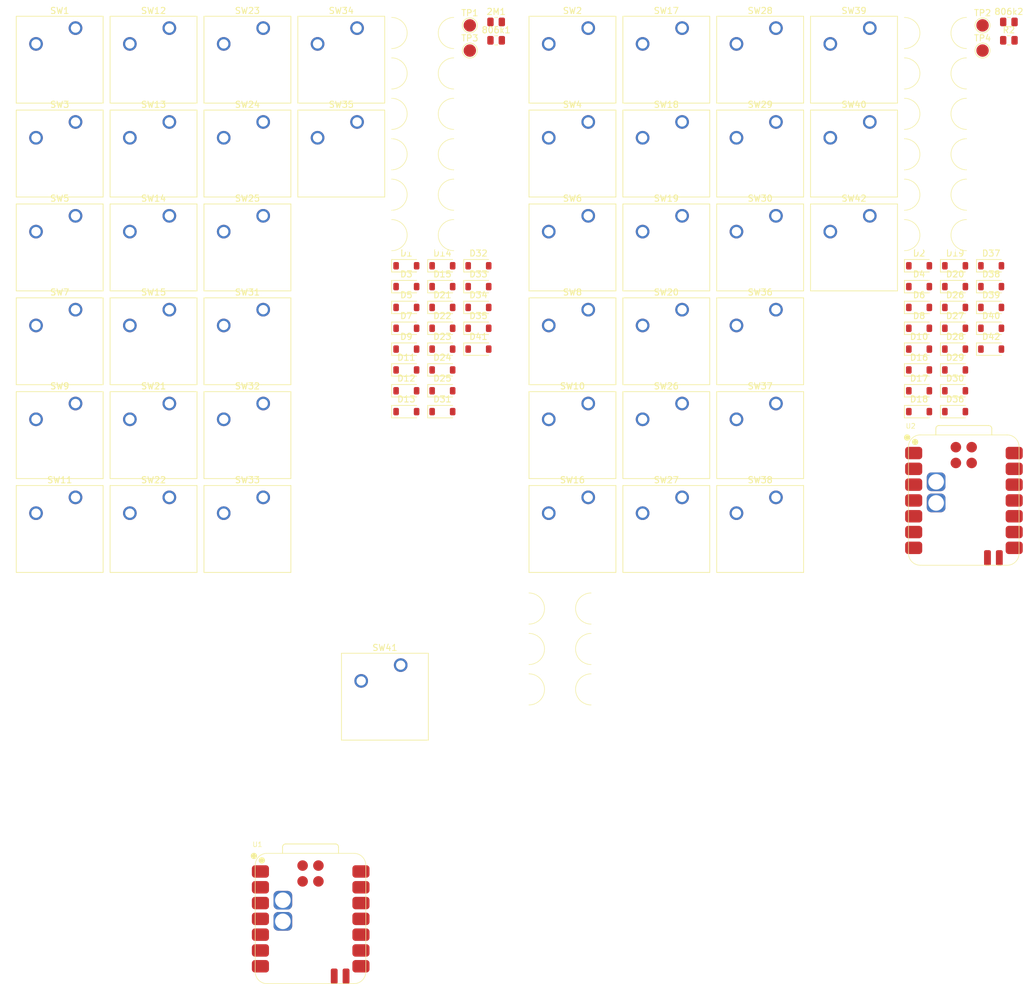
<source format=kicad_pcb>
(kicad_pcb (version 20241229) (generator "pcbnew") (generator_version "9.0")
  (layers (0 "F.Cu" signal) (2 "B.Cu" signal) (13 "F.Paste" user) (15 "B.Paste" user) (5 "F.SilkS" user "F.Silkscreen") (7 "B.SilkS" user "B.Silkscreen") (1 "F.Mask" user) (3 "B.Mask" user) (25 "Edge.Cuts" user))
  (net 0 "")
  (net 1 "GND")
  (net 2 "/Left/BT_PIN")
  (net 3 "/Left/VBAT")
  (net 4 "/Right/BT_PIN")
  (net 5 "/Left/ROW0")
  (net 6 "Net-(D1-A)")
  (net 7 "/Right/ROW0")
  (net 8 "Net-(D2-A)")
  (net 9 "Net-(D3-A)")
  (net 10 "Net-(D4-A)")
  (net 11 "Net-(D5-A)")
  (net 12 "Net-(D6-A)")
  (net 13 "Net-(D7-A)")
  (net 14 "Net-(D8-A)")
  (net 15 "Net-(D9-A)")
  (net 16 "Net-(D10-A)")
  (net 17 "/Left/ROW1")
  (net 18 "Net-(D11-A)")
  (net 19 "Net-(D12-A)")
  (net 20 "Net-(D13-A)")
  (net 21 "Net-(D14-A)")
  (net 22 "Net-(D15-A)")
  (net 23 "/Right/ROW1")
  (net 24 "Net-(D16-A)")
  (net 25 "Net-(D17-A)")
  (net 26 "Net-(D18-A)")
  (net 27 "Net-(D19-A)")
  (net 28 "Net-(D20-A)")
  (net 29 "Net-(D21-A)")
  (net 30 "/Left/ROW2")
  (net 31 "Net-(D22-A)")
  (net 32 "Net-(D23-A)")
  (net 33 "Net-(D24-A)")
  (net 34 "Net-(D25-A)")
  (net 35 "/Right/ROW2")
  (net 36 "Net-(D26-A)")
  (net 37 "Net-(D27-A)")
  (net 38 "Net-(D28-A)")
  (net 39 "Net-(D29-A)")
  (net 40 "Net-(D30-A)")
  (net 41 "/Left/ROW3")
  (net 42 "Net-(D31-A)")
  (net 43 "Net-(D32-A)")
  (net 44 "Net-(D33-A)")
  (net 45 "Net-(D34-A)")
  (net 46 "Net-(D35-A)")
  (net 47 "/Right/ROW3")
  (net 48 "Net-(D36-A)")
  (net 49 "Net-(D37-A)")
  (net 50 "Net-(D38-A)")
  (net 51 "Net-(D39-A)")
  (net 52 "Net-(D40-A)")
  (net 53 "/Left/ROW4")
  (net 54 "Net-(D41-A)")
  (net 55 "Net-(D42-A)")
  (net 56 "/Right/ROW4")
  (net 57 "/Right/VBAT")
  (net 58 "/Left/COL0")
  (net 59 "/Right/COL0")
  (net 60 "/Left/COL1")
  (net 61 "/Right/COL1")
  (net 62 "/Left/COL2")
  (net 63 "/Right/COL2")
  (net 64 "/Left/COL3")
  (net 65 "/Right/COL3")
  (net 66 "/Left/COL4")
  (net 67 "/Right/COL4")
  (footprint "Button_Switch_Keyboard:SW_Cherry_MX_1.00u_PCB" (layer "F.Cu") (at 114.56 41.7425)
    (property "Reference" "SW5" (at -2.54 -2.794 0) (layer "F.SilkS"))
    (property "Value" "SW_Push")
    (pad "" np_thru_hole circle (at -7.62 5.08) (size 1.7 1.7) (drill 1.7) (layers "*.Cu" "*.Mask"))
    (pad "" np_thru_hole circle (at -2.54 5.08) (size 4 4) (drill 4) (layers "*.Cu" "*.Mask"))
    (pad "" np_thru_hole circle (at 2.54 5.08) (size 1.7 1.7) (drill 1.7) (layers "*.Cu" "*.Mask"))
    (pad "1" thru_hole circle (at 0 0) (size 2.2 2.2) (drill 1.5) (layers "*.Cu" "*.Mask"))
    (pad "2" thru_hole circle (at -6.35 2.54) (size 2.2 2.2) (drill 1.5) (layers "*.Cu" "*.Mask") (net 11 "Net-(D5-A)"))
  )
  (footprint "Button_Switch_Keyboard:SW_Cherry_MX_1.00u_PCB" (layer "F.Cu") (at 144.74 87.0125)
    (property "Reference" "SW33" (at -2.54 -2.794 0) (layer "F.SilkS"))
    (property "Value" "SW_Push")
    (pad "" np_thru_hole circle (at -7.62 5.08) (size 1.7 1.7) (drill 1.7) (layers "*.Cu" "*.Mask"))
    (pad "" np_thru_hole circle (at -2.54 5.08) (size 4 4) (drill 4) (layers "*.Cu" "*.Mask"))
    (pad "" np_thru_hole circle (at 2.54 5.08) (size 1.7 1.7) (drill 1.7) (layers "*.Cu" "*.Mask"))
    (pad "1" thru_hole circle (at 0 0) (size 2.2 2.2) (drill 1.5) (layers "*.Cu" "*.Mask") (net 62 "/Left/COL2"))
    (pad "2" thru_hole circle (at -6.35 2.54) (size 2.2 2.2) (drill 1.5) (layers "*.Cu" "*.Mask") (net 44 "Net-(D33-A)"))
  )
  (footprint "Button_Switch_Keyboard:SW_Cherry_MX_1.00u_PCB" (layer "F.Cu") (at 166.84625 113.9825)
    (property "Reference" "SW41" (at -2.54 -2.794 0) (layer "F.SilkS"))
    (property "Value" "SW_Push")
    (pad "" np_thru_hole circle (at -7.62 5.08) (size 1.7 1.7) (drill 1.7) (layers "*.Cu" "*.Mask"))
    (pad "" np_thru_hole circle (at -2.54 5.08) (size 4 4) (drill 4) (layers "*.Cu" "*.Mask"))
    (pad "" np_thru_hole circle (at 2.54 5.08) (size 1.7 1.7) (drill 1.7) (layers "*.Cu" "*.Mask"))
    (pad "1" thru_hole circle (at 0 0) (size 2.2 2.2) (drill 1.5) (layers "*.Cu" "*.Mask") (net 66 "/Left/COL4"))
    (pad "2" thru_hole circle (at -6.35 2.54) (size 2.2 2.2) (drill 1.5) (layers "*.Cu" "*.Mask") (net 54 "Net-(D41-A)"))
  )
  (footprint "Button_Switch_Keyboard:SW_Cherry_MX_1.00u_PCB" (layer "F.Cu") (at 144.74 56.8325)
    (property "Reference" "SW31" (at -2.54 -2.794 0) (layer "F.SilkS"))
    (property "Value" "SW_Push")
    (pad "" np_thru_hole circle (at -7.62 5.08) (size 1.7 1.7) (drill 1.7) (layers "*.Cu" "*.Mask"))
    (pad "" np_thru_hole circle (at -2.54 5.08) (size 4 4) (drill 4) (layers "*.Cu" "*.Mask"))
    (pad "" np_thru_hole circle (at 2.54 5.08) (size 1.7 1.7) (drill 1.7) (layers "*.Cu" "*.Mask"))
    (pad "1" thru_hole circle (at 0 0) (size 2.2 2.2) (drill 1.5) (layers "*.Cu" "*.Mask") (net 58 "/Left/COL0"))
    (pad "2" thru_hole circle (at -6.35 2.54) (size 2.2 2.2) (drill 1.5) (layers "*.Cu" "*.Mask") (net 42 "Net-(D31-A)"))
  )
  (footprint "Diode_SMD:D_SOD-123" (layer "F.Cu") (at 261.785 53.1225)
    (property "Reference" "D38" (at 0 -2 0) (layer "F.SilkS"))
    (property "Value" "D")
    (pad "1" smd roundrect (at -1.65 0) (size 0.9 1.2) (layers "F.Cu" "F.Mask" "F.Paste") (net 47 "/Right/ROW3"))
    (pad "2" smd roundrect (at 1.65 0) (size 0.9 1.2) (layers "F.Cu" "F.Mask" "F.Paste"))
  )
  (footprint "Panelization:mouse-bite-5mm-slot" (layer "F.Cu") (at 252.825 38.3475)
    (property "Reference" "H10" (hide yes))
    (property "Value" "~" (hide yes))
    (pad "" np_thru_hole circle (at -3.75 -2.5) (size 0.5 0.5) (drill 0.5) (layers "*.Cu" "*.Mask"))
    (pad "" np_thru_hole circle (at -3.75 2.5) (size 0.5 0.5) (drill 0.5) (layers "*.Cu" "*.Mask"))
    (pad "" np_thru_hole circle (at -3 -2.5) (size 0.5 0.5) (drill 0.5) (layers "*.Cu" "*.Mask"))
    (pad "" np_thru_hole circle (at -3 -2.5) (size 0.5 0.5) (drill 0.5) (layers "*.Cu" "*.Mask"))
    (pad "" np_thru_hole circle (at -3 2.5) (size 0.5 0.5) (drill 0.5) (layers "*.Cu" "*.Mask"))
    (pad "" np_thru_hole circle (at -3 2.5) (size 0.5 0.5) (drill 0.5) (layers "*.Cu" "*.Mask"))
    (pad "" np_thru_hole circle (at -2.25 -2.5) (size 0.5 0.5) (drill 0.5) (layers "*.Cu" "*.Mask"))
    (pad "" np_thru_hole circle (at -2.25 2.5) (size 0.5 0.5) (drill 0.5) (layers "*.Cu" "*.Mask"))
    (pad "" np_thru_hole circle (at -1.5 -2.5) (size 0.5 0.5) (drill 0.5) (layers "*.Cu" "*.Mask"))
    (pad "" np_thru_hole circle (at -1.5 2.5) (size 0.5 0.5) (drill 0.5) (layers "*.Cu" "*.Mask"))
    (pad "" np_thru_hole circle (at -0.75 -2.5) (size 0.5 0.5) (drill 0.5) (layers "*.Cu" "*.Mask"))
    (pad "" np_thru_hole circle (at -0.75 2.5) (size 0.5 0.5) (drill 0.5) (layers "*.Cu" "*.Mask"))
    (pad "" np_thru_hole circle (at 0 -2.5) (size 0.5 0.5) (drill 0.5) (layers "*.Cu" "*.Mask"))
    (pad "" np_thru_hole circle (at 0 2.5) (size 0.5 0.5) (drill 0.5) (layers "*.Cu" "*.Mask"))
    (pad "" np_thru_hole circle (at 0.75 -2.5) (size 0.5 0.5) (drill 0.5) (layers "*.Cu" "*.Mask"))
    (pad "" np_thru_hole circle (at 0.75 2.5) (size 0.5 0.5) (drill 0.5) (layers "*.Cu" "*.Mask"))
    (pad "" np_thru_hole circle (at 1.5 -2.5) (size 0.5 0.5) (drill 0.5) (layers "*.Cu" "*.Mask"))
    (pad "" np_thru_hole circle (at 1.5 2.5) (size 0.5 0.5) (drill 0.5) (layers "*.Cu" "*.Mask"))
    (pad "" np_thru_hole circle (at 2.25 -2.5) (size 0.5 0.5) (drill 0.5) (layers "*.Cu" "*.Mask"))
    (pad "" np_thru_hole circle (at 2.25 2.5) (size 0.5 0.5) (drill 0.5) (layers "*.Cu" "*.Mask"))
    (pad "" np_thru_hole circle (at 3 -2.5) (size 0.5 0.5) (drill 0.5) (layers "*.Cu" "*.Mask"))
    (pad "" np_thru_hole circle (at 3 2.5) (size 0.5 0.5) (drill 0.5) (layers "*.Cu" "*.Mask"))
    (pad "" np_thru_hole circle (at 3.75 -2.5) (size 0.5 0.5) (drill 0.5) (layers "*.Cu" "*.Mask"))
    (pad "" np_thru_hole circle (at 3.75 2.5) (size 0.5 0.5) (drill 0.5) (layers "*.Cu" "*.Mask"))
  )
  (footprint "Diode_SMD:D_SOD-123" (layer "F.Cu") (at 167.755 56.4725)
    (property "Reference" "D5" (at 0 -2 0) (layer "F.SilkS"))
    (property "Value" "D")
    (pad "1" smd roundrect (at -1.65 0) (size 0.9 1.2) (layers "F.Cu" "F.Mask" "F.Paste") (net 5 "/Left/ROW0"))
    (pad "2" smd roundrect (at 1.65 0) (size 0.9 1.2) (layers "F.Cu" "F.Mask" "F.Paste"))
  )
  (footprint "Diode_SMD:D_SOD-123" (layer "F.Cu") (at 261.785 49.7725)
    (property "Reference" "D37" (at 0 -2 0) (layer "F.SilkS"))
    (property "Value" "D")
    (pad "1" smd roundrect (at -1.65 0) (size 0.9 1.2) (layers "F.Cu" "F.Mask" "F.Paste") (net 47 "/Right/ROW3"))
    (pad "2" smd roundrect (at 1.65 0) (size 0.9 1.2) (layers "F.Cu" "F.Mask" "F.Paste"))
  )
  (footprint "Panelization:mouse-bite-5mm-slot" (layer "F.Cu") (at 252.825 12.3475)
    (property "Reference" "H2" (hide yes))
    (property "Value" "~" (hide yes))
    (pad "" np_thru_hole circle (at -3.75 -2.5) (size 0.5 0.5) (drill 0.5) (layers "*.Cu" "*.Mask"))
    (pad "" np_thru_hole circle (at -3.75 2.5) (size 0.5 0.5) (drill 0.5) (layers "*.Cu" "*.Mask"))
    (pad "" np_thru_hole circle (at -3 -2.5) (size 0.5 0.5) (drill 0.5) (layers "*.Cu" "*.Mask"))
    (pad "" np_thru_hole circle (at -3 -2.5) (size 0.5 0.5) (drill 0.5) (layers "*.Cu" "*.Mask"))
    (pad "" np_thru_hole circle (at -3 2.5) (size 0.5 0.5) (drill 0.5) (layers "*.Cu" "*.Mask"))
    (pad "" np_thru_hole circle (at -3 2.5) (size 0.5 0.5) (drill 0.5) (layers "*.Cu" "*.Mask"))
    (pad "" np_thru_hole circle (at -2.25 -2.5) (size 0.5 0.5) (drill 0.5) (layers "*.Cu" "*.Mask"))
    (pad "" np_thru_hole circle (at -2.25 2.5) (size 0.5 0.5) (drill 0.5) (layers "*.Cu" "*.Mask"))
    (pad "" np_thru_hole circle (at -1.5 -2.5) (size 0.5 0.5) (drill 0.5) (layers "*.Cu" "*.Mask"))
    (pad "" np_thru_hole circle (at -1.5 2.5) (size 0.5 0.5) (drill 0.5) (layers "*.Cu" "*.Mask"))
    (pad "" np_thru_hole circle (at -0.75 -2.5) (size 0.5 0.5) (drill 0.5) (layers "*.Cu" "*.Mask"))
    (pad "" np_thru_hole circle (at -0.75 2.5) (size 0.5 0.5) (drill 0.5) (layers "*.Cu" "*.Mask"))
    (pad "" np_thru_hole circle (at 0 -2.5) (size 0.5 0.5) (drill 0.5) (layers "*.Cu" "*.Mask"))
    (pad "" np_thru_hole circle (at 0 2.5) (size 0.5 0.5) (drill 0.5) (layers "*.Cu" "*.Mask"))
    (pad "" np_thru_hole circle (at 0.75 -2.5) (size 0.5 0.5) (drill 0.5) (layers "*.Cu" "*.Mask"))
    (pad "" np_thru_hole circle (at 0.75 2.5) (size 0.5 0.5) (drill 0.5) (layers "*.Cu" "*.Mask"))
    (pad "" np_thru_hole circle (at 1.5 -2.5) (size 0.5 0.5) (drill 0.5) (layers "*.Cu" "*.Mask"))
    (pad "" np_thru_hole circle (at 1.5 2.5) (size 0.5 0.5) (drill 0.5) (layers "*.Cu" "*.Mask"))
    (pad "" np_thru_hole circle (at 2.25 -2.5) (size 0.5 0.5) (drill 0.5) (layers "*.Cu" "*.Mask"))
    (pad "" np_thru_hole circle (at 2.25 2.5) (size 0.5 0.5) (drill 0.5) (layers "*.Cu" "*.Mask"))
    (pad "" np_thru_hole circle (at 3 -2.5) (size 0.5 0.5) (drill 0.5) (layers "*.Cu" "*.Mask"))
    (pad "" np_thru_hole circle (at 3 2.5) (size 0.5 0.5) (drill 0.5) (layers "*.Cu" "*.Mask"))
    (pad "" np_thru_hole circle (at 3.75 -2.5) (size 0.5 0.5) (drill 0.5) (layers "*.Cu" "*.Mask"))
    (pad "" np_thru_hole circle (at 3.75 2.5) (size 0.5 0.5) (drill 0.5) (layers "*.Cu" "*.Mask"))
  )
  (footprint "Diode_SMD:D_SOD-123" (layer "F.Cu") (at 179.345 59.8225)
    (property "Reference" "D35" (at 0 -2 0) (layer "F.SilkS"))
    (property "Value" "D")
    (pad "1" smd roundrect (at -1.65 0) (size 0.9 1.2) (layers "F.Cu" "F.Mask" "F.Paste") (net 41 "/Left/ROW3"))
    (pad "2" smd roundrect (at 1.65 0) (size 0.9 1.2) (layers "F.Cu" "F.Mask" "F.Paste"))
  )
  (footprint "Button_Switch_Keyboard:SW_Cherry_MX_1.00u_PCB" (layer "F.Cu") (at 242.27 41.7425)
    (property "Reference" "SW42" (at -2.54 -2.794 0) (layer "F.SilkS"))
    (property "Value" "SW_Push")
    (pad "" np_thru_hole circle (at -7.62 5.08) (size 1.7 1.7) (drill 1.7) (layers "*.Cu" "*.Mask"))
    (pad "" np_thru_hole circle (at -2.54 5.08) (size 4 4) (drill 4) (layers "*.Cu" "*.Mask"))
    (pad "" np_thru_hole circle (at 2.54 5.08) (size 1.7 1.7) (drill 1.7) (layers "*.Cu" "*.Mask"))
    (pad "1" thru_hole circle (at 0 0) (size 2.2 2.2) (drill 1.5) (layers "*.Cu" "*.Mask") (net 67 "/Right/COL4"))
    (pad "2" thru_hole circle (at -6.35 2.54) (size 2.2 2.2) (drill 1.5) (layers "*.Cu" "*.Mask") (net 55 "Net-(D42-A)"))
  )
  (footprint "Button_Switch_Keyboard:SW_Cherry_MX_1.00u_PCB" (layer "F.Cu") (at 144.74 26.6525)
    (property "Reference" "SW24" (at -2.54 -2.794 0) (layer "F.SilkS"))
    (property "Value" "SW_Push")
    (pad "" np_thru_hole circle (at -7.62 5.08) (size 1.7 1.7) (drill 1.7) (layers "*.Cu" "*.Mask"))
    (pad "" np_thru_hole circle (at -2.54 5.08) (size 4 4) (drill 4) (layers "*.Cu" "*.Mask"))
    (pad "" np_thru_hole circle (at 2.54 5.08) (size 1.7 1.7) (drill 1.7) (layers "*.Cu" "*.Mask"))
    (pad "1" thru_hole circle (at 0 0) (size 2.2 2.2) (drill 1.5) (layers "*.Cu" "*.Mask") (net 64 "/Left/COL3"))
    (pad "2" thru_hole circle (at -6.35 2.54) (size 2.2 2.2) (drill 1.5) (layers "*.Cu" "*.Mask") (net 33 "Net-(D24-A)"))
  )
  (footprint "Diode_SMD:D_SOD-123" (layer "F.Cu") (at 173.55 56.4725)
    (property "Reference" "D21" (at 0 -2 0) (layer "F.SilkS"))
    (property "Value" "D")
    (pad "1" smd roundrect (at -1.65 0) (size 0.9 1.2) (layers "F.Cu" "F.Mask" "F.Paste"))
    (pad "2" smd roundrect (at 1.65 0) (size 0.9 1.2) (layers "F.Cu" "F.Mask" "F.Paste"))
  )
  (footprint "Diode_SMD:D_SOD-123" (layer "F.Cu") (at 173.55 59.8225)
    (property "Reference" "D22" (at 0 -2 0) (layer "F.SilkS"))
    (property "Value" "D")
    (pad "1" smd roundrect (at -1.65 0) (size 0.9 1.2) (layers "F.Cu" "F.Mask" "F.Paste") (net 30 "/Left/ROW2"))
    (pad "2" smd roundrect (at 1.65 0) (size 0.9 1.2) (layers "F.Cu" "F.Mask" "F.Paste"))
  )
  (footprint "Diode_SMD:D_SOD-123" (layer "F.Cu") (at 255.99 53.1225)
    (property "Reference" "D20" (at 0 -2 0) (layer "F.SilkS"))
    (property "Value" "D")
    (pad "1" smd roundrect (at -1.65 0) (size 0.9 1.2) (layers "F.Cu" "F.Mask" "F.Paste") (net 23 "/Right/ROW1"))
    (pad "2" smd roundrect (at 1.65 0) (size 0.9 1.2) (layers "F.Cu" "F.Mask" "F.Paste"))
  )
  (footprint "Panelization:mouse-bite-5mm-slot" (layer "F.Cu") (at 170.385 31.8475)
    (property "Reference" "H7" (hide yes))
    (property "Value" "~" (hide yes))
    (pad "" np_thru_hole circle (at -3.75 -2.5) (size 0.5 0.5) (drill 0.5) (layers "*.Cu" "*.Mask"))
    (pad "" np_thru_hole circle (at -3.75 2.5) (size 0.5 0.5) (drill 0.5) (layers "*.Cu" "*.Mask"))
    (pad "" np_thru_hole circle (at -3 -2.5) (size 0.5 0.5) (drill 0.5) (layers "*.Cu" "*.Mask"))
    (pad "" np_thru_hole circle (at -3 -2.5) (size 0.5 0.5) (drill 0.5) (layers "*.Cu" "*.Mask"))
    (pad "" np_thru_hole circle (at -3 2.5) (size 0.5 0.5) (drill 0.5) (layers "*.Cu" "*.Mask"))
    (pad "" np_thru_hole circle (at -3 2.5) (size 0.5 0.5) (drill 0.5) (layers "*.Cu" "*.Mask"))
    (pad "" np_thru_hole circle (at -2.25 -2.5) (size 0.5 0.5) (drill 0.5) (layers "*.Cu" "*.Mask"))
    (pad "" np_thru_hole circle (at -2.25 2.5) (size 0.5 0.5) (drill 0.5) (layers "*.Cu" "*.Mask"))
    (pad "" np_thru_hole circle (at -1.5 -2.5) (size 0.5 0.5) (drill 0.5) (layers "*.Cu" "*.Mask"))
    (pad "" np_thru_hole circle (at -1.5 2.5) (size 0.5 0.5) (drill 0.5) (layers "*.Cu" "*.Mask"))
    (pad "" np_thru_hole circle (at -0.75 -2.5) (size 0.5 0.5) (drill 0.5) (layers "*.Cu" "*.Mask"))
    (pad "" np_thru_hole circle (at -0.75 2.5) (size 0.5 0.5) (drill 0.5) (layers "*.Cu" "*.Mask"))
    (pad "" np_thru_hole circle (at 0 -2.5) (size 0.5 0.5) (drill 0.5) (layers "*.Cu" "*.Mask"))
    (pad "" np_thru_hole circle (at 0 2.5) (size 0.5 0.5) (drill 0.5) (layers "*.Cu" "*.Mask"))
    (pad "" np_thru_hole circle (at 0.75 -2.5) (size 0.5 0.5) (drill 0.5) (layers "*.Cu" "*.Mask"))
    (pad "" np_thru_hole circle (at 0.75 2.5) (size 0.5 0.5) (drill 0.5) (layers "*.Cu" "*.Mask"))
    (pad "" np_thru_hole circle (at 1.5 -2.5) (size 0.5 0.5) (drill 0.5) (layers "*.Cu" "*.Mask"))
    (pad "" np_thru_hole circle (at 1.5 2.5) (size 0.5 0.5) (drill 0.5) (layers "*.Cu" "*.Mask"))
    (pad "" np_thru_hole circle (at 2.25 -2.5) (size 0.5 0.5) (drill 0.5) (layers "*.Cu" "*.Mask"))
    (pad "" np_thru_hole circle (at 2.25 2.5) (size 0.5 0.5) (drill 0.5) (layers "*.Cu" "*.Mask"))
    (pad "" np_thru_hole circle (at 3 -2.5) (size 0.5 0.5) (drill 0.5) (layers "*.Cu" "*.Mask"))
    (pad "" np_thru_hole circle (at 3 2.5) (size 0.5 0.5) (drill 0.5) (layers "*.Cu" "*.Mask"))
    (pad "" np_thru_hole circle (at 3.75 -2.5) (size 0.5 0.5) (drill 0.5) (layers "*.Cu" "*.Mask"))
    (pad "" np_thru_hole circle (at 3.75 2.5) (size 0.5 0.5) (drill 0.5) (layers "*.Cu" "*.Mask"))
  )
  (footprint "Button_Switch_Keyboard:SW_Cherry_MX_1.00u_PCB" (layer "F.Cu") (at 212.09 71.9225)
    (property "Reference" "SW26" (at -2.54 -2.794 0) (layer "F.SilkS"))
    (property "Value" "SW_Push")
    (pad "" np_thru_hole circle (at -7.62 5.08) (size 1.7 1.7) (drill 1.7) (layers "*.Cu" "*.Mask"))
    (pad "" np_thru_hole circle (at -2.54 5.08) (size 4 4) (drill 4) (layers "*.Cu" "*.Mask"))
    (pad "" np_thru_hole circle (at 2.54 5.08) (size 1.7 1.7) (drill 1.7) (layers "*.Cu" "*.Mask"))
    (pad "1" thru_hole circle (at 0 0) (size 2.2 2.2) (drill 1.5) (layers "*.Cu" "*.Mask") (net 59 "/Right/COL0"))
    (pad "2" thru_hole circle (at -6.35 2.54) (size 2.2 2.2) (drill 1.5) (layers "*.Cu" "*.Mask") (net 36 "Net-(D26-A)"))
  )
  (footprint "Panelization:mouse-bite-5mm-slot" (layer "F.Cu") (at 252.825 44.8475)
    (property "Reference" "H12" (hide yes))
    (property "Value" "~" (hide yes))
    (pad "" np_thru_hole circle (at -3.75 -2.5) (size 0.5 0.5) (drill 0.5) (layers "*.Cu" "*.Mask"))
    (pad "" np_thru_hole circle (at -3.75 2.5) (size 0.5 0.5) (drill 0.5) (layers "*.Cu" "*.Mask"))
    (pad "" np_thru_hole circle (at -3 -2.5) (size 0.5 0.5) (drill 0.5) (layers "*.Cu" "*.Mask"))
    (pad "" np_thru_hole circle (at -3 -2.5) (size 0.5 0.5) (drill 0.5) (layers "*.Cu" "*.Mask"))
    (pad "" np_thru_hole circle (at -3 2.5) (size 0.5 0.5) (drill 0.5) (layers "*.Cu" "*.Mask"))
    (pad "" np_thru_hole circle (at -3 2.5) (size 0.5 0.5) (drill 0.5) (layers "*.Cu" "*.Mask"))
    (pad "" np_thru_hole circle (at -2.25 -2.5) (size 0.5 0.5) (drill 0.5) (layers "*.Cu" "*.Mask"))
    (pad "" np_thru_hole circle (at -2.25 2.5) (size 0.5 0.5) (drill 0.5) (layers "*.Cu" "*.Mask"))
    (pad "" np_thru_hole circle (at -1.5 -2.5) (size 0.5 0.5) (drill 0.5) (layers "*.Cu" "*.Mask"))
    (pad "" np_thru_hole circle (at -1.5 2.5) (size 0.5 0.5) (drill 0.5) (layers "*.Cu" "*.Mask"))
    (pad "" np_thru_hole circle (at -0.75 -2.5) (size 0.5 0.5) (drill 0.5) (layers "*.Cu" "*.Mask"))
    (pad "" np_thru_hole circle (at -0.75 2.5) (size 0.5 0.5) (drill 0.5) (layers "*.Cu" "*.Mask"))
    (pad "" np_thru_hole circle (at 0 -2.5) (size 0.5 0.5) (drill 0.5) (layers "*.Cu" "*.Mask"))
    (pad "" np_thru_hole circle (at 0 2.5) (size 0.5 0.5) (drill 0.5) (layers "*.Cu" "*.Mask"))
    (pad "" np_thru_hole circle (at 0.75 -2.5) (size 0.5 0.5) (drill 0.5) (layers "*.Cu" "*.Mask"))
    (pad "" np_thru_hole circle (at 0.75 2.5) (size 0.5 0.5) (drill 0.5) (layers "*.Cu" "*.Mask"))
    (pad "" np_thru_hole circle (at 1.5 -2.5) (size 0.5 0.5) (drill 0.5) (layers "*.Cu" "*.Mask"))
    (pad "" np_thru_hole circle (at 1.5 2.5) (size 0.5 0.5) (drill 0.5) (layers "*.Cu" "*.Mask"))
    (pad "" np_thru_hole circle (at 2.25 -2.5) (size 0.5 0.5) (drill 0.5) (layers "*.Cu" "*.Mask"))
    (pad "" np_thru_hole circle (at 2.25 2.5) (size 0.5 0.5) (drill 0.5) (layers "*.Cu" "*.Mask"))
    (pad "" np_thru_hole circle (at 3 -2.5) (size 0.5 0.5) (drill 0.5) (layers "*.Cu" "*.Mask"))
    (pad "" np_thru_hole circle (at 3 2.5) (size 0.5 0.5) (drill 0.5) (layers "*.Cu" "*.Mask"))
    (pad "" np_thru_hole circle (at 3.75 -2.5) (size 0.5 0.5) (drill 0.5) (layers "*.Cu" "*.Mask"))
    (pad "" np_thru_hole circle (at 3.75 2.5) (size 0.5 0.5) (drill 0.5) (layers "*.Cu" "*.Mask"))
  )
  (footprint "Resistor_SMD:R_0805_2012Metric" (layer "F.Cu") (at 182.19 13.5225)
    (property "Reference" "806k1" (at 0 -1.65 0) (layer "F.SilkS"))
    (property "Value" "R")
    (pad "1" smd roundrect (at -0.9125 0) (size 1.025 1.4) (layers "F.Cu" "F.Mask" "F.Paste") (roundrect_rratio 0.243902))
    (pad "2" smd roundrect (at 0.9125 0) (size 1.025 1.4) (layers "F.Cu" "F.Mask" "F.Paste") (roundrect_rratio 0.243902) (net 2 "/Left/BT_PIN"))
  )
  (footprint "Button_Switch_Keyboard:SW_Cherry_MX_1.00u_PCB" (layer "F.Cu") (at 144.74 41.7425)
    (property "Reference" "SW25" (at -2.54 -2.794 0) (layer "F.SilkS"))
    (property "Value" "SW_Push")
    (pad "" np_thru_hole circle (at -7.62 5.08) (size 1.7 1.7) (drill 1.7) (layers "*.Cu" "*.Mask"))
    (pad "" np_thru_hole circle (at -2.54 5.08) (size 4 4) (drill 4) (layers "*.Cu" "*.Mask"))
    (pad "" np_thru_hole circle (at 2.54 5.08) (size 1.7 1.7) (drill 1.7) (layers "*.Cu" "*.Mask"))
    (pad "1" thru_hole circle (at 0 0) (size 2.2 2.2) (drill 1.5) (layers "*.Cu" "*.Mask") (net 66 "/Left/COL4"))
    (pad "2" thru_hole circle (at -6.35 2.54) (size 2.2 2.2) (drill 1.5) (layers "*.Cu" "*.Mask") (net 34 "Net-(D25-A)"))
  )
  (footprint "Button_Switch_Keyboard:SW_Cherry_MX_1.00u_PCB" (layer "F.Cu") (at 129.65 11.5625)
    (property "Reference" "SW12" (at -2.54 -2.794 0) (layer "F.SilkS"))
    (property "Value" "SW_Push")
    (pad "" np_thru_hole circle (at -7.62 5.08) (size 1.7 1.7) (drill 1.7) (layers "*.Cu" "*.Mask"))
    (pad "" np_thru_hole circle (at -2.54 5.08) (size 4 4) (drill 4) (layers "*.Cu" "*.Mask"))
    (pad "" np_thru_hole circle (at 2.54 5.08) (size 1.7 1.7) (drill 1.7) (layers "*.Cu" "*.Mask"))
    (pad "1" thru_hole circle (at 0 0) (size 2.2 2.2) (drill 1.5) (layers "*.Cu" "*.Mask") (net 60 "/Left/COL1"))
    (pad "2" thru_hole circle (at -6.35 2.54) (size 2.2 2.2) (drill 1.5) (layers "*.Cu" "*.Mask") (net 19 "Net-(D12-A)"))
  )
  (footprint "Panelization:mouse-bite-5mm-slot" (layer "F.Cu") (at 192.465 117.8875)
    (property "Reference" "BO3" (hide yes))
    (property "Value" "break off" (hide yes))
    (pad "" np_thru_hole circle (at -3.75 -2.5) (size 0.5 0.5) (drill 0.5) (layers "*.Cu" "*.Mask"))
    (pad "" np_thru_hole circle (at -3.75 2.5) (size 0.5 0.5) (drill 0.5) (layers "*.Cu" "*.Mask"))
    (pad "" np_thru_hole circle (at -3 -2.5) (size 0.5 0.5) (drill 0.5) (layers "*.Cu" "*.Mask"))
    (pad "" np_thru_hole circle (at -3 -2.5) (size 0.5 0.5) (drill 0.5) (layers "*.Cu" "*.Mask"))
    (pad "" np_thru_hole circle (at -3 2.5) (size 0.5 0.5) (drill 0.5) (layers "*.Cu" "*.Mask"))
    (pad "" np_thru_hole circle (at -3 2.5) (size 0.5 0.5) (drill 0.5) (layers "*.Cu" "*.Mask"))
    (pad "" np_thru_hole circle (at -2.25 -2.5) (size 0.5 0.5) (drill 0.5) (layers "*.Cu" "*.Mask"))
    (pad "" np_thru_hole circle (at -2.25 2.5) (size 0.5 0.5) (drill 0.5) (layers "*.Cu" "*.Mask"))
    (pad "" np_thru_hole circle (at -1.5 -2.5) (size 0.5 0.5) (drill 0.5) (layers "*.Cu" "*.Mask"))
    (pad "" np_thru_hole circle (at -1.5 2.5) (size 0.5 0.5) (drill 0.5) (layers "*.Cu" "*.Mask"))
    (pad "" np_thru_hole circle (at -0.75 -2.5) (size 0.5 0.5) (drill 0.5) (layers "*.Cu" "*.Mask"))
    (pad "" np_thru_hole circle (at -0.75 2.5) (size 0.5 0.5) (drill 0.5) (layers "*.Cu" "*.Mask"))
    (pad "" np_thru_hole circle (at 0 -2.5) (size 0.5 0.5) (drill 0.5) (layers "*.Cu" "*.Mask"))
    (pad "" np_thru_hole circle (at 0 2.5) (size 0.5 0.5) (drill 0.5) (layers "*.Cu" "*.Mask"))
    (pad "" np_thru_hole circle (at 0.75 -2.5) (size 0.5 0.5) (drill 0.5) (layers "*.Cu" "*.Mask"))
    (pad "" np_thru_hole circle (at 0.75 2.5) (size 0.5 0.5) (drill 0.5) (layers "*.Cu" "*.Mask"))
    (pad "" np_thru_hole circle (at 1.5 -2.5) (size 0.5 0.5) (drill 0.5) (layers "*.Cu" "*.Mask"))
    (pad "" np_thru_hole circle (at 1.5 2.5) (size 0.5 0.5) (drill 0.5) (layers "*.Cu" "*.Mask"))
    (pad "" np_thru_hole circle (at 2.25 -2.5) (size 0.5 0.5) (drill 0.5) (layers "*.Cu" "*.Mask"))
    (pad "" np_thru_hole circle (at 2.25 2.5) (size 0.5 0.5) (drill 0.5) (layers "*.Cu" "*.Mask"))
    (pad "" np_thru_hole circle (at 3 -2.5) (size 0.5 0.5) (drill 0.5) (layers "*.Cu" "*.Mask"))
    (pad "" np_thru_hole circle (at 3 2.5) (size 0.5 0.5) (drill 0.5) (layers "*.Cu" "*.Mask"))
    (pad "" np_thru_hole circle (at 3.75 -2.5) (size 0.5 0.5) (drill 0.5) (layers "*.Cu" "*.Mask"))
    (pad "" np_thru_hole circle (at 3.75 2.5) (size 0.5 0.5) (drill 0.5) (layers "*.Cu" "*.Mask"))
  )
  (footprint "Panelization:mouse-bite-5mm-slot" (layer "F.Cu") (at 170.385 44.8475)
    (property "Reference" "H11" (hide yes))
    (property "Value" "~" (hide yes))
    (pad "" np_thru_hole circle (at -3.75 -2.5) (size 0.5 0.5) (drill 0.5) (layers "*.Cu" "*.Mask"))
    (pad "" np_thru_hole circle (at -3.75 2.5) (size 0.5 0.5) (drill 0.5) (layers "*.Cu" "*.Mask"))
    (pad "" np_thru_hole circle (at -3 -2.5) (size 0.5 0.5) (drill 0.5) (layers "*.Cu" "*.Mask"))
    (pad "" np_thru_hole circle (at -3 -2.5) (size 0.5 0.5) (drill 0.5) (layers "*.Cu" "*.Mask"))
    (pad "" np_thru_hole circle (at -3 2.5) (size 0.5 0.5) (drill 0.5) (layers "*.Cu" "*.Mask"))
    (pad "" np_thru_hole circle (at -3 2.5) (size 0.5 0.5) (drill 0.5) (layers "*.Cu" "*.Mask"))
    (pad "" np_thru_hole circle (at -2.25 -2.5) (size 0.5 0.5) (drill 0.5) (layers "*.Cu" "*.Mask"))
    (pad "" np_thru_hole circle (at -2.25 2.5) (size 0.5 0.5) (drill 0.5) (layers "*.Cu" "*.Mask"))
    (pad "" np_thru_hole circle (at -1.5 -2.5) (size 0.5 0.5) (drill 0.5) (layers "*.Cu" "*.Mask"))
    (pad "" np_thru_hole circle (at -1.5 2.5) (size 0.5 0.5) (drill 0.5) (layers "*.Cu" "*.Mask"))
    (pad "" np_thru_hole circle (at -0.75 -2.5) (size 0.5 0.5) (drill 0.5) (layers "*.Cu" "*.Mask"))
    (pad "" np_thru_hole circle (at -0.75 2.5) (size 0.5 0.5) (drill 0.5) (layers "*.Cu" "*.Mask"))
    (pad "" np_thru_hole circle (at 0 -2.5) (size 0.5 0.5) (drill 0.5) (layers "*.Cu" "*.Mask"))
    (pad "" np_thru_hole circle (at 0 2.5) (size 0.5 0.5) (drill 0.5) (layers "*.Cu" "*.Mask"))
    (pad "" np_thru_hole circle (at 0.75 -2.5) (size 0.5 0.5) (drill 0.5) (layers "*.Cu" "*.Mask"))
    (pad "" np_thru_hole circle (at 0.75 2.5) (size 0.5 0.5) (drill 0.5) (layers "*.Cu" "*.Mask"))
    (pad "" np_thru_hole circle (at 1.5 -2.5) (size 0.5 0.5) (drill 0.5) (layers "*.Cu" "*.Mask"))
    (pad "" np_thru_hole circle (at 1.5 2.5) (size 0.5 0.5) (drill 0.5) (layers "*.Cu" "*.Mask"))
    (pad "" np_thru_hole circle (at 2.25 -2.5) (size 0.5 0.5) (drill 0.5) (layers "*.Cu" "*.Mask"))
    (pad "" np_thru_hole circle (at 2.25 2.5) (size 0.5 0.5) (drill 0.5) (layers "*.Cu" "*.Mask"))
    (pad "" np_thru_hole circle (at 3 -2.5) (size 0.5 0.5) (drill 0.5) (layers "*.Cu" "*.Mask"))
    (pad "" np_thru_hole circle (at 3 2.5) (size 0.5 0.5) (drill 0.5) (layers "*.Cu" "*.Mask"))
    (pad "" np_thru_hole circle (at 3.75 -2.5) (size 0.5 0.5) (drill 0.5) (layers "*.Cu" "*.Mask"))
    (pad "" np_thru_hole circle (at 3.75 2.5) (size 0.5 0.5) (drill 0.5) (layers "*.Cu" "*.Mask"))
  )
  (footprint "Panelization:mouse-bite-5mm-slot" (layer "F.Cu") (at 170.385 38.3475)
    (property "Reference" "H9" (hide yes))
    (property "Value" "~" (hide yes))
    (pad "" np_thru_hole circle (at -3.75 -2.5) (size 0.5 0.5) (drill 0.5) (layers "*.Cu" "*.Mask"))
    (pad "" np_thru_hole circle (at -3.75 2.5) (size 0.5 0.5) (drill 0.5) (layers "*.Cu" "*.Mask"))
    (pad "" np_thru_hole circle (at -3 -2.5) (size 0.5 0.5) (drill 0.5) (layers "*.Cu" "*.Mask"))
    (pad "" np_thru_hole circle (at -3 -2.5) (size 0.5 0.5) (drill 0.5) (layers "*.Cu" "*.Mask"))
    (pad "" np_thru_hole circle (at -3 2.5) (size 0.5 0.5) (drill 0.5) (layers "*.Cu" "*.Mask"))
    (pad "" np_thru_hole circle (at -3 2.5) (size 0.5 0.5) (drill 0.5) (layers "*.Cu" "*.Mask"))
    (pad "" np_thru_hole circle (at -2.25 -2.5) (size 0.5 0.5) (drill 0.5) (layers "*.Cu" "*.Mask"))
    (pad "" np_thru_hole circle (at -2.25 2.5) (size 0.5 0.5) (drill 0.5) (layers "*.Cu" "*.Mask"))
    (pad "" np_thru_hole circle (at -1.5 -2.5) (size 0.5 0.5) (drill 0.5) (layers "*.Cu" "*.Mask"))
    (pad "" np_thru_hole circle (at -1.5 2.5) (size 0.5 0.5) (drill 0.5) (layers "*.Cu" "*.Mask"))
    (pad "" np_thru_hole circle (at -0.75 -2.5) (size 0.5 0.5) (drill 0.5) (layers "*.Cu" "*.Mask"))
    (pad "" np_thru_hole circle (at -0.75 2.5) (size 0.5 0.5) (drill 0.5) (layers "*.Cu" "*.Mask"))
    (pad "" np_thru_hole circle (at 0 -2.5) (size 0.5 0.5) (drill 0.5) (layers "*.Cu" "*.Mask"))
    (pad "" np_thru_hole circle (at 0 2.5) (size 0.5 0.5) (drill 0.5) (layers "*.Cu" "*.Mask"))
    (pad "" np_thru_hole circle (at 0.75 -2.5) (size 0.5 0.5) (drill 0.5) (layers "*.Cu" "*.Mask"))
    (pad "" np_thru_hole circle (at 0.75 2.5) (size 0.5 0.5) (drill 0.5) (layers "*.Cu" "*.Mask"))
    (pad "" np_thru_hole circle (at 1.5 -2.5) (size 0.5 0.5) (drill 0.5) (layers "*.Cu" "*.Mask"))
    (pad "" np_thru_hole circle (at 1.5 2.5) (size 0.5 0.5) (drill 0.5) (layers "*.Cu" "*.Mask"))
    (pad "" np_thru_hole circle (at 2.25 -2.5) (size 0.5 0.5) (drill 0.5) (layers "*.Cu" "*.Mask"))
    (pad "" np_thru_hole circle (at 2.25 2.5) (size 0.5 0.5) (drill 0.5) (layers "*.Cu" "*.Mask"))
    (pad "" np_thru_hole circle (at 3 -2.5) (size 0.5 0.5) (drill 0.5) (layers "*.Cu" "*.Mask"))
    (pad "" np_thru_hole circle (at 3 2.5) (size 0.5 0.5) (drill 0.5) (layers "*.Cu" "*.Mask"))
    (pad "" np_thru_hole circle (at 3.75 -2.5) (size 0.5 0.5) (drill 0.5) (layers "*.Cu" "*.Mask"))
    (pad "" np_thru_hole circle (at 3.75 2.5) (size 0.5 0.5) (drill 0.5) (layers "*.Cu" "*.Mask"))
  )
  (footprint "Button_Switch_Keyboard:SW_Cherry_MX_1.00u_PCB" (layer "F.Cu") (at 129.65 56.8325)
    (property "Reference" "SW15" (at -2.54 -2.794 0) (layer "F.SilkS"))
    (property "Value" "SW_Push")
    (pad "" np_thru_hole circle (at -7.62 5.08) (size 1.7 1.7) (drill 1.7) (layers "*.Cu" "*.Mask"))
    (pad "" np_thru_hole circle (at -2.54 5.08) (size 4 4) (drill 4) (layers "*.Cu" "*.Mask"))
    (pad "" np_thru_hole circle (at 2.54 5.08) (size 1.7 1.7) (drill 1.7) (layers "*.Cu" "*.Mask"))
    (pad "1" thru_hole circle (at 0 0) (size 2.2 2.2) (drill 1.5) (layers "*.Cu" "*.Mask") (net 66 "/Left/COL4"))
    (pad "2" thru_hole circle (at -6.35 2.54) (size 2.2 2.2) (drill 1.5) (layers "*.Cu" "*.Mask") (net 22 "Net-(D15-A)"))
  )
  (footprint "TestPoint:TestPoint_Pad_D2.0mm" (layer "F.Cu") (at 177.96 11.1225)
    (property "Reference" "TP1" (at 0 -1.998 0) (layer "F.SilkS"))
    (property "Value" "bat")
    (pad "1" smd circle (at 0 0) (size 2 2) (layers "F.Cu" "F.Mask") (net 3 "/Left/VBAT"))
  )
  (footprint "Button_Switch_Keyboard:SW_Cherry_MX_1.00u_PCB" (layer "F.Cu") (at 227.18 11.5625)
    (property "Reference" "SW28" (at -2.54 -2.794 0) (layer "F.SilkS"))
    (property "Value" "SW_Push")
    (pad "" np_thru_hole circle (at -7.62 5.08) (size 1.7 1.7) (drill 1.7) (layers "*.Cu" "*.Mask"))
    (pad "" np_thru_hole circle (at -2.54 5.08) (size 4 4) (drill 4) (layers "*.Cu" "*.Mask"))
    (pad "" np_thru_hole circle (at 2.54 5.08) (size 1.7 1.7) (drill 1.7) (layers "*.Cu" "*.Mask"))
    (pad "1" thru_hole circle (at 0 0) (size 2.2 2.2) (drill 1.5) (layers "*.Cu" "*.Mask") (net 63 "/Right/COL2"))
    (pad "2" thru_hole circle (at -6.35 2.54) (size 2.2 2.2) (drill 1.5) (layers "*.Cu" "*.Mask") (net 38 "Net-(D28-A)"))
  )
  (footprint "Diode_SMD:D_SOD-123" (layer "F.Cu") (at 167.755 69.8725)
    (property "Reference" "D12" (at 0 -2 0) (layer "F.SilkS"))
    (property "Value" "D")
    (pad "1" smd roundrect (at -1.65 0) (size 0.9 1.2) (layers "F.Cu" "F.Mask" "F.Paste") (net 17 "/Left/ROW1"))
    (pad "2" smd roundrect (at 1.65 0) (size 0.9 1.2) (layers "F.Cu" "F.Mask" "F.Paste"))
  )
  (footprint "Panelization:mouse-bite-5mm-slot" (layer "F.Cu") (at 170.385 25.3475)
    (property "Reference" "H5" (hide yes))
    (property "Value" "~" (hide yes))
    (pad "" np_thru_hole circle (at -3.75 -2.5) (size 0.5 0.5) (drill 0.5) (layers "*.Cu" "*.Mask"))
    (pad "" np_thru_hole circle (at -3.75 2.5) (size 0.5 0.5) (drill 0.5) (layers "*.Cu" "*.Mask"))
    (pad "" np_thru_hole circle (at -3 -2.5) (size 0.5 0.5) (drill 0.5) (layers "*.Cu" "*.Mask"))
    (pad "" np_thru_hole circle (at -3 -2.5) (size 0.5 0.5) (drill 0.5) (layers "*.Cu" "*.Mask"))
    (pad "" np_thru_hole circle (at -3 2.5) (size 0.5 0.5) (drill 0.5) (layers "*.Cu" "*.Mask"))
    (pad "" np_thru_hole circle (at -3 2.5) (size 0.5 0.5) (drill 0.5) (layers "*.Cu" "*.Mask"))
    (pad "" np_thru_hole circle (at -2.25 -2.5) (size 0.5 0.5) (drill 0.5) (layers "*.Cu" "*.Mask"))
    (pad "" np_thru_hole circle (at -2.25 2.5) (size 0.5 0.5) (drill 0.5) (layers "*.Cu" "*.Mask"))
    (pad "" np_thru_hole circle (at -1.5 -2.5) (size 0.5 0.5) (drill 0.5) (layers "*.Cu" "*.Mask"))
    (pad "" np_thru_hole circle (at -1.5 2.5) (size 0.5 0.5) (drill 0.5) (layers "*.Cu" "*.Mask"))
    (pad "" np_thru_hole circle (at -0.75 -2.5) (size 0.5 0.5) (drill 0.5) (layers "*.Cu" "*.Mask"))
    (pad "" np_thru_hole circle (at -0.75 2.5) (size 0.5 0.5) (drill 0.5) (layers "*.Cu" "*.Mask"))
    (pad "" np_thru_hole circle (at 0 -2.5) (size 0.5 0.5) (drill 0.5) (layers "*.Cu" "*.Mask"))
    (pad "" np_thru_hole circle (at 0 2.5) (size 0.5 0.5) (drill 0.5) (layers "*.Cu" "*.Mask"))
    (pad "" np_thru_hole circle (at 0.75 -2.5) (size 0.5 0.5) (drill 0.5) (layers "*.Cu" "*.Mask"))
    (pad "" np_thru_hole circle (at 0.75 2.5) (size 0.5 0.5) (drill 0.5) (layers "*.Cu" "*.Mask"))
    (pad "" np_thru_hole circle (at 1.5 -2.5) (size 0.5 0.5) (drill 0.5) (layers "*.Cu" "*.Mask"))
    (pad "" np_thru_hole circle (at 1.5 2.5) (size 0.5 0.5) (drill 0.5) (layers "*.Cu" "*.Mask"))
    (pad "" np_thru_hole circle (at 2.25 -2.5) (size 0.5 0.5) (drill 0.5) (layers "*.Cu" "*.Mask"))
    (pad "" np_thru_hole circle (at 2.25 2.5) (size 0.5 0.5) (drill 0.5) (layers "*.Cu" "*.Mask"))
    (pad "" np_thru_hole circle (at 3 -2.5) (size 0.5 0.5) (drill 0.5) (layers "*.Cu" "*.Mask"))
    (pad "" np_thru_hole circle (at 3 2.5) (size 0.5 0.5) (drill 0.5) (layers "*.Cu" "*.Mask"))
    (pad "" np_thru_hole circle (at 3.75 -2.5) (size 0.5 0.5) (drill 0.5) (layers "*.Cu" "*.Mask"))
    (pad "" np_thru_hole circle (at 3.75 2.5) (size 0.5 0.5) (drill 0.5) (layers "*.Cu" "*.Mask"))
  )
  (footprint "Diode_SMD:D_SOD-123" (layer "F.Cu") (at 173.55 66.5225)
    (property "Reference" "D24" (at 0 -2 0) (layer "F.SilkS"))
    (property "Value" "D")
    (pad "1" smd roundrect (at -1.65 0) (size 0.9 1.2) (layers "F.Cu" "F.Mask" "F.Paste") (net 30 "/Left/ROW2"))
    (pad "2" smd roundrect (at 1.65 0) (size 0.9 1.2) (layers "F.Cu" "F.Mask" "F.Paste"))
  )
  (footprint "Button_Switch_Keyboard:SW_Cherry_MX_1.00u_PCB" (layer "F.Cu") (at 197 71.9225)
    (property "Reference" "SW10" (at -2.54 -2.794 0) (layer "F.SilkS"))
    (property "Value" "SW_Push")
    (pad "" np_thru_hole circle (at -7.62 5.08) (size 1.7 1.7) (drill 1.7) (layers "*.Cu" "*.Mask"))
    (pad "" np_thru_hole circle (at -2.54 5.08) (size 4 4) (drill 4) (layers "*.Cu" "*.Mask"))
    (pad "" np_thru_hole circle (at 2.54 5.08) (size 1.7 1.7) (drill 1.7) (layers "*.Cu" "*.Mask"))
    (pad "1" thru_hole circle (at 0 0) (size 2.2 2.2) (drill 1.5) (layers "*.Cu" "*.Mask"))
    (pad "2" thru_hole circle (at -6.35 2.54) (size 2.2 2.2) (drill 1.5) (layers "*.Cu" "*.Mask") (net 16 "Net-(D10-A)"))
  )
  (footprint "Diode_SMD:D_SOD-123" (layer "F.Cu") (at 179.345 56.4725)
    (property "Reference" "D34" (at 0 -2 0) (layer "F.SilkS"))
    (property "Value" "D")
    (pad "1" smd roundrect (at -1.65 0) (size 0.9 1.2) (layers "F.Cu" "F.Mask" "F.Paste") (net 41 "/Left/ROW3"))
    (pad "2" smd roundrect (at 1.65 0) (size 0.9 1.2) (layers "F.Cu" "F.Mask" "F.Paste"))
  )
  (footprint "Button_Switch_Keyboard:SW_Cherry_MX_1.00u_PCB" (layer "F.Cu") (at 212.09 56.8325)
    (property "Reference" "SW20" (at -2.54 -2.794 0) (layer "F.SilkS"))
    (property "Value" "SW_Push")
    (pad "" np_thru_hole circle (at -7.62 5.08) (size 1.7 1.7) (drill 1.7) (layers "*.Cu" "*.Mask"))
    (pad "" np_thru_hole circle (at -2.54 5.08) (size 4 4) (drill 4) (layers "*.Cu" "*.Mask"))
    (pad "" np_thru_hole circle (at 2.54 5.08) (size 1.7 1.7) (drill 1.7) (layers "*.Cu" "*.Mask"))
    (pad "1" thru_hole circle (at 0 0) (size 2.2 2.2) (drill 1.5) (layers "*.Cu" "*.Mask") (net 67 "/Right/COL4"))
    (pad "2" thru_hole circle (at -6.35 2.54) (size 2.2 2.2) (drill 1.5) (layers "*.Cu" "*.Mask") (net 28 "Net-(D20-A)"))
  )
  (footprint "Diode_SMD:D_SOD-123" (layer "F.Cu") (at 255.99 63.1725)
    (property "Reference" "D28" (at 0 -2 0) (layer "F.SilkS"))
    (property "Value" "D")
    (pad "1" smd roundrect (at -1.65 0) (size 0.9 1.2) (layers "F.Cu" "F.Mask" "F.Paste") (net 35 "/Right/ROW2"))
    (pad "2" smd roundrect (at 1.65 0) (size 0.9 1.2) (layers "F.Cu" "F.Mask" "F.Paste"))
  )
  (footprint "Diode_SMD:D_SOD-123" (layer "F.Cu") (at 255.99 69.8725)
    (property "Reference" "D30" (at 0 -2 0) (layer "F.SilkS"))
    (property "Value" "D")
    (pad "1" smd roundrect (at -1.65 0) (size 0.9 1.2) (layers "F.Cu" "F.Mask" "F.Paste") (net 35 "/Right/ROW2"))
    (pad "2" smd roundrect (at 1.65 0) (size 0.9 1.2) (layers "F.Cu" "F.Mask" "F.Paste"))
  )
  (footprint "Diode_SMD:D_SOD-123" (layer "F.Cu") (at 173.55 63.1725)
    (property "Reference" "D23" (at 0 -2 0) (layer "F.SilkS"))
    (property "Value" "D")
    (pad "1" smd roundrect (at -1.65 0) (size 0.9 1.2) (layers "F.Cu" "F.Mask" "F.Paste") (net 30 "/Left/ROW2"))
    (pad "2" smd roundrect (at 1.65 0) (size 0.9 1.2) (layers "F.Cu" "F.Mask" "F.Paste"))
  )
  (footprint "Diode_SMD:D_SOD-123" (layer "F.Cu") (at 250.195 53.1225)
    (property "Reference" "D4" (at 0 -2 0) (layer "F.SilkS"))
    (property "Value" "D")
    (pad "1" smd roundrect (at -1.65 0) (size 0.9 1.2) (layers "F.Cu" "F.Mask" "F.Paste") (net 7 "/Right/ROW0"))
    (pad "2" smd roundrect (at 1.65 0) (size 0.9 1.2) (layers "F.Cu" "F.Mask" "F.Paste"))
  )
  (footprint "Diode_SMD:D_SOD-123" (layer "F.Cu") (at 250.195 59.8225)
    (property "Reference" "D8" (at 0 -2 0) (layer "F.SilkS"))
    (property "Value" "D")
    (pad "1" smd roundrect (at -1.65 0) (size 0.9 1.2) (layers "F.Cu" "F.Mask" "F.Paste") (net 7 "/Right/ROW0"))
    (pad "2" smd roundrect (at 1.65 0) (size 0.9 1.2) (layers "F.Cu" "F.Mask" "F.Paste"))
  )
  (footprint "Button_Switch_Keyboard:SW_Cherry_MX_1.00u_PCB" (layer "F.Cu") (at 227.18 71.9225)
    (property "Reference" "SW37" (at -2.54 -2.794 0) (layer "F.SilkS"))
    (property "Value" "SW_Push")
    (pad "" np_thru_hole circle (at -7.62 5.08) (size 1.7 1.7) (drill 1.7) (layers "*.Cu" "*.Mask"))
    (pad "" np_thru_hole circle (at -2.54 5.08) (size 4 4) (drill 4) (layers "*.Cu" "*.Mask"))
    (pad "" np_thru_hole circle (at 2.54 5.08) (size 1.7 1.7) (drill 1.7) (layers "*.Cu" "*.Mask"))
    (pad "1" thru_hole circle (at 0 0) (size 2.2 2.2) (drill 1.5) (layers "*.Cu" "*.Mask") (net 61 "/Right/COL1"))
    (pad "2" thru_hole circle (at -6.35 2.54) (size 2.2 2.2) (drill 1.5) (layers "*.Cu" "*.Mask") (net 49 "Net-(D37-A)"))
  )
  (footprint "Button_Switch_Keyboard:SW_Cherry_MX_1.00u_PCB" (layer "F.Cu") (at 197 56.8325)
    (property "Reference" "SW8" (at -2.54 -2.794 0) (layer "F.SilkS"))
    (property "Value" "SW_Push")
    (pad "" np_thru_hole circle (at -7.62 5.08) (size 1.7 1.7) (drill 1.7) (layers "*.Cu" "*.Mask"))
    (pad "" np_thru_hole circle (at -2.54 5.08) (size 4 4) (drill 4) (layers "*.Cu" "*.Mask"))
    (pad "" np_thru_hole circle (at 2.54 5.08) (size 1.7 1.7) (drill 1.7) (layers "*.Cu" "*.Mask"))
    (pad "1" thru_hole circle (at 0 0) (size 2.2 2.2) (drill 1.5) (layers "*.Cu" "*.Mask"))
    (pad "2" thru_hole circle (at -6.35 2.54) (size 2.2 2.2) (drill 1.5) (layers "*.Cu" "*.Mask") (net 14 "Net-(D8-A)"))
  )
  (footprint "Panelization:mouse-bite-5mm-slot" (layer "F.Cu") (at 192.465 104.8875)
    (property "Reference" "BO1" (hide yes))
    (property "Value" "break off" (hide yes))
    (pad "" np_thru_hole circle (at -3.75 -2.5) (size 0.5 0.5) (drill 0.5) (layers "*.Cu" "*.Mask"))
    (pad "" np_thru_hole circle (at -3.75 2.5) (size 0.5 0.5) (drill 0.5) (layers "*.Cu" "*.Mask"))
    (pad "" np_thru_hole circle (at -3 -2.5) (size 0.5 0.5) (drill 0.5) (layers "*.Cu" "*.Mask"))
    (pad "" np_thru_hole circle (at -3 -2.5) (size 0.5 0.5) (drill 0.5) (layers "*.Cu" "*.Mask"))
    (pad "" np_thru_hole circle (at -3 2.5) (size 0.5 0.5) (drill 0.5) (layers "*.Cu" "*.Mask"))
    (pad "" np_thru_hole circle (at -3 2.5) (size 0.5 0.5) (drill 0.5) (layers "*.Cu" "*.Mask"))
    (pad "" np_thru_hole circle (at -2.25 -2.5) (size 0.5 0.5) (drill 0.5) (layers "*.Cu" "*.Mask"))
    (pad "" np_thru_hole circle (at -2.25 2.5) (size 0.5 0.5) (drill 0.5) (layers "*.Cu" "*.Mask"))
    (pad "" np_thru_hole circle (at -1.5 -2.5) (size 0.5 0.5) (drill 0.5) (layers "*.Cu" "*.Mask"))
    (pad "" np_thru_hole circle (at -1.5 2.5) (size 0.5 0.5) (drill 0.5) (layers "*.Cu" "*.Mask"))
    (pad "" np_thru_hole circle (at -0.75 -2.5) (size 0.5 0.5) (drill 0.5) (layers "*.Cu" "*.Mask"))
    (pad "" np_thru_hole circle (at -0.75 2.5) (size 0.5 0.5) (drill 0.5) (layers "*.Cu" "*.Mask"))
    (pad "" np_thru_hole circle (at 0 -2.5) (size 0.5 0.5) (drill 0.5) (layers "*.Cu" "*.Mask"))
    (pad "" np_thru_hole circle (at 0 2.5) (size 0.5 0.5) (drill 0.5) (layers "*.Cu" "*.Mask"))
    (pad "" np_thru_hole circle (at 0.75 -2.5) (size 0.5 0.5) (drill 0.5) (layers "*.Cu" "*.Mask"))
    (pad "" np_thru_hole circle (at 0.75 2.5) (size 0.5 0.5) (drill 0.5) (layers "*.Cu" "*.Mask"))
    (pad "" np_thru_hole circle (at 1.5 -2.5) (size 0.5 0.5) (drill 0.5) (layers "*.Cu" "*.Mask"))
    (pad "" np_thru_hole circle (at 1.5 2.5) (size 0.5 0.5) (drill 0.5) (layers "*.Cu" "*.Mask"))
    (pad "" np_thru_hole circle (at 2.25 -2.5) (size 0.5 0.5) (drill 0.5) (layers "*.Cu" "*.Mask"))
    (pad "" np_thru_hole circle (at 2.25 2.5) (size 0.5 0.5) (drill 0.5) (layers "*.Cu" "*.Mask"))
    (pad "" np_thru_hole circle (at 3 -2.5) (size 0.5 0.5) (drill 0.5) (layers "*.Cu" "*.Mask"))
    (pad "" np_thru_hole circle (at 3 2.5) (size 0.5 0.5) (drill 0.5) (layers "*.Cu" "*.Mask"))
    (pad "" np_thru_hole circle (at 3.75 -2.5) (size 0.5 0.5) (drill 0.5) (layers "*.Cu" "*.Mask"))
    (pad "" np_thru_hole circle (at 3.75 2.5) (size 0.5 0.5) (drill 0.5) (layers "*.Cu" "*.Mask"))
  )
  (footprint "Diode_SMD:D_SOD-123" (layer "F.Cu") (at 255.99 59.8225)
    (property "Reference" "D27" (at 0 -2 0) (layer "F.SilkS"))
    (property "Value" "D")
    (pad "1" smd roundrect (at -1.65 0) (size 0.9 1.2) (layers "F.Cu" "F.Mask" "F.Paste") (net 35 "/Right/ROW2"))
    (pad "2" smd roundrect (at 1.65 0) (size 0.9 1.2) (layers "F.Cu" "F.Mask" "F.Paste"))
  )
  (footprint "Button_Switch_Keyboard:SW_Cherry_MX_1.00u_PCB" (layer "F.Cu") (at 242.27 11.5625)
    (property "Reference" "SW39" (at -2.54 -2.794 0) (layer "F.SilkS"))
    (property "Value" "SW_Push")
    (pad "" np_thru_hole circle (at -7.62 5.08) (size 1.7 1.7) (drill 1.7) (layers "*.Cu" "*.Mask"))
    (pad "" np_thru_hole circle (at -2.54 5.08) (size 4 4) (drill 4) (layers "*.Cu" "*.Mask"))
    (pad "" np_thru_hole circle (at 2.54 5.08) (size 1.7 1.7) (drill 1.7) (layers "*.Cu" "*.Mask"))
    (pad "1" thru_hole circle (at 0 0) (size 2.2 2.2) (drill 1.5) (layers "*.Cu" "*.Mask") (net 65 "/Right/COL3"))
    (pad "2" thru_hole circle (at -6.35 2.54) (size 2.2 2.2) (drill 1.5) (layers "*.Cu" "*.Mask") (net 51 "Net-(D39-A)"))
  )
  (footprint "Button_Switch_Keyboard:SW_Cherry_MX_1.00u_PCB" (layer "F.Cu") (at 159.83 26.6525)
    (property "Reference" "SW35" (at -2.54 -2.794 0) (layer "F.SilkS"))
    (property "Value" "SW_Push")
    (pad "" np_thru_hole circle (at -7.62 5.08) (size 1.7 1.7) (drill 1.7) (layers "*.Cu" "*.Mask"))
    (pad "" np_thru_hole circle (at -2.54 5.08) (size 4 4) (drill 4) (layers "*.Cu" "*.Mask"))
    (pad "" np_thru_hole circle (at 2.54 5.08) (size 1.7 1.7) (drill 1.7) (layers "*.Cu" "*.Mask"))
    (pad "1" thru_hole circle (at 0 0) (size 2.2 2.2) (drill 1.5) (layers "*.Cu" "*.Mask") (net 66 "/Left/COL4"))
    (pad "2" thru_hole circle (at -6.35 2.54) (size 2.2 2.2) (drill 1.5) (layers "*.Cu" "*.Mask") (net 46 "Net-(D35-A)"))
  )
  (footprint "Button_Switch_Keyboard:SW_Cherry_MX_1.00u_PCB" (layer "F.Cu") (at 227.18 87.0125)
    (property "Reference" "SW38" (at -2.54 -2.794 0) (layer "F.SilkS"))
    (property "Value" "SW_Push")
    (pad "" np_thru_hole circle (at -7.62 5.08) (size 1.7 1.7) (drill 1.7) (layers "*.Cu" "*.Mask"))
    (pad "" np_thru_hole circle (at -2.54 5.08) (size 4 4) (drill 4) (layers "*.Cu" "*.Mask"))
    (pad "" np_thru_hole circle (at 2.54 5.08) (size 1.7 1.7) (drill 1.7) (layers "*.Cu" "*.Mask"))
    (pad "1" thru_hole circle (at 0 0) (size 2.2 2.2) (drill 1.5) (layers "*.Cu" "*.Mask") (net 63 "/Right/COL2"))
    (pad "2" thru_hole circle (at -6.35 2.54) (size 2.2 2.2) (drill 1.5) (layers "*.Cu" "*.Mask") (net 50 "Net-(D38-A)"))
  )
  (footprint "Button_Switch_Keyboard:SW_Cherry_MX_1.00u_PCB" (layer "F.Cu") (at 197 26.6525)
    (property "Reference" "SW4" (at -2.54 -2.794 0) (layer "F.SilkS"))
    (property "Value" "SW_Push")
    (pad "" np_thru_hole circle (at -7.62 5.08) (size 1.7 1.7) (drill 1.7) (layers "*.Cu" "*.Mask"))
    (pad "" np_thru_hole circle (at -2.54 5.08) (size 4 4) (drill 4) (layers "*.Cu" "*.Mask"))
    (pad "" np_thru_hole circle (at 2.54 5.08) (size 1.7 1.7) (drill 1.7) (layers "*.Cu" "*.Mask"))
    (pad "1" thru_hole circle (at 0 0) (size 2.2 2.2) (drill 1.5) (layers "*.Cu" "*.Mask"))
    (pad "2" thru_hole circle (at -6.35 2.54) (size 2.2 2.2) (drill 1.5) (layers "*.Cu" "*.Mask") (net 10 "Net-(D4-A)"))
  )
  (footprint "Button_Switch_Keyboard:SW_Cherry_MX_1.00u_PCB" (layer "F.Cu") (at 129.65 41.7425)
    (property "Reference" "SW14" (at -2.54 -2.794 0) (layer "F.SilkS"))
    (property "Value" "SW_Push")
    (pad "" np_thru_hole circle (at -7.62 5.08) (size 1.7 1.7) (drill 1.7) (layers "*.Cu" "*.Mask"))
    (pad "" np_thru_hole circle (at -2.54 5.08) (size 4 4) (drill 4) (layers "*.Cu" "*.Mask"))
    (pad "" np_thru_hole circle (at 2.54 5.08) (size 1.7 1.7) (drill 1.7) (layers "*.Cu" "*.Mask"))
    (pad "1" thru_hole circle (at 0 0) (size 2.2 2.2) (drill 1.5) (layers "*.Cu" "*.Mask") (net 64 "/Left/COL3"))
    (pad "2" thru_hole circle (at -6.35 2.54) (size 2.2 2.2) (drill 1.5) (layers "*.Cu" "*.Mask") (net 21 "Net-(D14-A)"))
  )
  (footprint "Diode_SMD:D_SOD-123" (layer "F.Cu") (at 261.785 56.4725)
    (property "Reference" "D39" (at 0 -2 0) (layer "F.SilkS"))
    (property "Value" "D")
    (pad "1" smd roundrect (at -1.65 0) (size 0.9 1.2) (layers "F.Cu" "F.Mask" "F.Paste") (net 47 "/Right/ROW3"))
    (pad "2" smd roundrect (at 1.65 0) (size 0.9 1.2) (layers "F.Cu" "F.Mask" "F.Paste"))
  )
  (footprint "TestPoint:TestPoint_Pad_D2.0mm" (layer "F.Cu") (at 260.4 15.1725)
    (property "Reference" "TP4" (at 0 -1.998 0) (layer "F.SilkS"))
    (property "Value" "GND")
    (pad "1" smd circle (at 0 0) (size 2 2) (layers "F.Cu" "F.Mask") (net 1 "GND"))
  )
  (footprint "Diode_SMD:D_SOD-123" (layer "F.Cu") (at 255.99 66.5225)
    (property "Reference" "D29" (at 0 -2 0) (layer "F.SilkS"))
    (property "Value" "D")
    (pad "1" smd roundrect (at -1.65 0) (size 0.9 1.2) (layers "F.Cu" "F.Mask" "F.Paste") (net 35 "/Right/ROW2"))
    (pad "2" smd roundrect (at 1.65 0) (size 0.9 1.2) (layers "F.Cu" "F.Mask" "F.Paste"))
  )
  (footprint "Button_Switch_Keyboard:SW_Cherry_MX_1.00u_PCB" (layer "F.Cu") (at 212.09 11.5625)
    (property "Reference" "SW17" (at -2.54 -2.794 0) (layer "F.SilkS"))
    (property "Value" "SW_Push")
    (pad "" np_thru_hole circle (at -7.62 5.08) (size 1.7 1.7) (drill 1.7) (layers "*.Cu" "*.Mask"))
    (pad "" np_thru_hole circle (at -2.54 5.08) (size 4 4) (drill 4) (layers "*.Cu" "*.Mask"))
    (pad "" np_thru_hole circle (at 2.54 5.08) (size 1.7 1.7) (drill 1.7) (layers "*.Cu" "*.Mask"))
    (pad "1" thru_hole circle (at 0 0) (size 2.2 2.2) (drill 1.5) (layers "*.Cu" "*.Mask") (net 61 "/Right/COL1"))
    (pad "2" thru_hole circle (at -6.35 2.54) (size 2.2 2.2) (drill 1.5) (layers "*.Cu" "*.Mask") (net 25 "Net-(D17-A)"))
  )
  (footprint "Diode_SMD:D_SOD-123" (layer "F.Cu") (at 167.755 53.1225)
    (property "Reference" "D3" (at 0 -2 0) (layer "F.SilkS"))
    (property "Value" "D")
    (pad "1" smd roundrect (at -1.65 0) (size 0.9 1.2) (layers "F.Cu" "F.Mask" "F.Paste") (net 5 "/Left/ROW0"))
    (pad "2" smd roundrect (at 1.65 0) (size 0.9 1.2) (layers "F.Cu" "F.Mask" "F.Paste"))
  )
  (footprint "Resistor_SMD:R_0805_2012Metric" (layer "F.Cu") (at 182.19 10.5725)
    (property "Reference" "2M1" (at 0 -1.65 0) (layer "F.SilkS"))
    (property "Value" "R3")
    (pad "1" smd roundrect (at -0.9125 0) (size 1.025 1.4) (layers "F.Cu" "F.Mask" "F.Paste") (roundrect_rratio 0.243902))
    (pad "2" smd roundrect (at 0.9125 0) (size 1.025 1.4) (layers "F.Cu" "F.Mask" "F.Paste") (roundrect_rratio 0.243902))
  )
  (footprint "Button_Switch_Keyboard:SW_Cherry_MX_1.00u_PCB" (layer "F.Cu") (at 197 41.7425)
    (property "Reference" "SW6" (at -2.54 -2.794 0) (layer "F.SilkS"))
    (property "Value" "SW_Push")
    (pad "" np_thru_hole circle (at -7.62 5.08) (size 1.7 1.7) (drill 1.7) (layers "*.Cu" "*.Mask"))
    (pad "" np_thru_hole circle (at -2.54 5.08) (size 4 4) (drill 4) (layers "*.Cu" "*.Mask"))
    (pad "" np_thru_hole circle (at 2.54 5.08) (size 1.7 1.7) (drill 1.7) (layers "*.Cu" "*.Mask"))
    (pad "1" thru_hole circle (at 0 0) (size 2.2 2.2) (drill 1.5) (layers "*.Cu" "*.Mask"))
    (pad "2" thru_hole circle (at -6.35 2.54) (size 2.2 2.2) (drill 1.5) (layers "*.Cu" "*.Mask") (net 12 "Net-(D6-A)"))
  )
  (footprint "Button_Switch_Keyboard:SW_Cherry_MX_1.00u_PCB" (layer "F.Cu") (at 227.18 56.8325)
    (property "Reference" "SW36" (at -2.54 -2.794 0) (layer "F.SilkS"))
    (property "Value" "SW_Push")
    (pad "" np_thru_hole circle (at -7.62 5.08) (size 1.7 1.7) (drill 1.7) (layers "*.Cu" "*.Mask"))
    (pad "" np_thru_hole circle (at -2.54 5.08) (size 4 4) (drill 4) (layers "*.Cu" "*.Mask"))
    (pad "" np_thru_hole circle (at 2.54 5.08) (size 1.7 1.7) (drill 1.7) (layers "*.Cu" "*.Mask"))
    (pad "1" thru_hole circle (at 0 0) (size 2.2 2.2) (drill 1.5) (layers "*.Cu" "*.Mask") (net 59 "/Right/COL0"))
    (pad "2" thru_hole circle (at -6.35 2.54) (size 2.2 2.2) (drill 1.5) (layers "*.Cu" "*.Mask") (net 48 "Net-(D36-A)"))
  )
  (footprint "Diode_SMD:D_SOD-123" (layer "F.Cu") (at 173.55 53.1225)
    (property "Reference" "D15" (at 0 -2 0) (layer "F.SilkS"))
    (property "Value" "D")
    (pad "1" smd roundrect (at -1.65 0) (size 0.9 1.2) (layers "F.Cu" "F.Mask" "F.Paste") (net 17 "/Left/ROW1"))
    (pad "2" smd roundrect (at 1.65 0) (size 0.9 1.2) (layers "F.Cu" "F.Mask" "F.Paste"))
  )
  (footprint "Diode_SMD:D_SOD-123" (layer "F.Cu") (at 179.345 63.1725)
    (property "Reference" "D41" (at 0 -2 0) (layer "F.SilkS"))
    (property "Value" "D")
    (pad "1" smd roundrect (at -1.65 0) (size 0.9 1.2) (layers "F.Cu" "F.Mask" "F.Paste"))
    (pad "2" smd roundrect (at 1.65 0) (size 0.9 1.2) (layers "F.Cu" "F.Mask" "F.Paste"))
  )
  (footprint "Diode_SMD:D_SOD-123" (layer "F.Cu") (at 250.195 63.1725)
    (property "Reference" "D10" (at 0 -2 0) (layer "F.SilkS"))
    (property "Value" "D")
    (pad "1" smd roundrect (at -1.65 0) (size 0.9 1.2) (layers "F.Cu" "F.Mask" "F.Paste") (net 7 "/Right/ROW0"))
    (pad "2" smd roundrect (at 1.65 0) (size 0.9 1.2) (layers "F.Cu" "F.Mask" "F.Paste"))
  )
  (footprint "Button_Switch_Keyboard:SW_Cherry_MX_1.00u_PCB" (layer "F.Cu") (at 212.09 87.0125)
    (property "Reference" "SW27" (at -2.54 -2.794 0) (layer "F.SilkS"))
    (property "Value" "SW_Push")
    (pad "" np_thru_hole circle (at -7.62 5.08) (size 1.7 1.7) (drill 1.7) (layers "*.Cu" "*.Mask"))
    (pad "" np_thru_hole circle (at -2.54 5.08) (size 4 4) (drill 4) (layers "*.Cu" "*.Mask"))
    (pad "" np_thru_hole circle (at 2.54 5.08) (size 1.7 1.7) (drill 1.7) (layers "*.Cu" "*.Mask"))
    (pad "1" thru_hole circle (at 0 0) (size 2.2 2.2) (drill 1.5) (layers "*.Cu" "*.Mask") (net 61 "/Right/COL1"))
    (pad "2" thru_hole circle (at -6.35 2.54) (size 2.2 2.2) (drill 1.5) (layers "*.Cu" "*.Mask") (net 37 "Net-(D27-A)"))
  )
  (footprint "Button_Switch_Keyboard:SW_Cherry_MX_1.00u_PCB" (layer "F.Cu") (at 114.56 87.0125)
    (property "Reference" "SW11" (at -2.54 -2.794 0) (layer "F.SilkS"))
    (property "Value" "SW_Push")
    (pad "" np_thru_hole circle (at -7.62 5.08) (size 1.7 1.7) (drill 1.7) (layers "*.Cu" "*.Mask"))
    (pad "" np_thru_hole circle (at -2.54 5.08) (size 4 4) (drill 4) (layers "*.Cu" "*.Mask"))
    (pad "" np_thru_hole circle (at 2.54 5.08) (size 1.7 1.7) (drill 1.7) (layers "*.Cu" "*.Mask"))
    (pad "1" thru_hole circle (at 0 0) (size 2.2 2.2) (drill 1.5) (layers "*.Cu" "*.Mask") (net 58 "/Left/COL0"))
    (pad "2" thru_hole circle (at -6.35 2.54) (size 2.2 2.2) (drill 1.5) (layers "*.Cu" "*.Mask") (net 18 "Net-(D11-A)"))
  )
  (footprint "Button_Switch_Keyboard:SW_Cherry_MX_1.00u_PCB" (layer "F.Cu") (at 197 11.5625)
    (property "Reference" "SW2" (at -2.54 -2.794 0) (layer "F.SilkS"))
    (property "Value" "SW_Push")
    (pad "" np_thru_hole circle (at -7.62 5.08) (size 1.7 1.7) (drill 1.7) (layers "*.Cu" "*.Mask"))
    (pad "" np_thru_hole circle (at -2.54 5.08) (size 4 4) (drill 4) (layers "*.Cu" "*.Mask"))
    (pad "" np_thru_hole circle (at 2.54 5.08) (size 1.7 1.7) (drill 1.7) (layers "*.Cu" "*.Mask"))
    (pad "1" thru_hole circle (at 0 0) (size 2.2 2.2) (drill 1.5) (layers "*.Cu" "*.Mask"))
    (pad "2" thru_hole circle (at -6.35 2.54) (size 2.2 2.2) (drill 1.5) (layers "*.Cu" "*.Mask") (net 8 "Net-(D2-A)"))
  )
  (footprint "TestPoint:TestPoint_Pad_D2.0mm" (layer "F.Cu") (at 177.96 15.1725)
    (property "Reference" "TP3" (at 0 -1.998 0) (layer "F.SilkS"))
    (property "Value" "GND")
    (pad "1" smd circle (at 0 0) (size 2 2) (layers "F.Cu" "F.Mask") (net 1 "GND"))
  )
  (footprint "Panelization:mouse-bite-5mm-slot" (layer "F.Cu") (at 252.825 25.3475)
    (property "Reference" "H6" (hide yes))
    (property "Value" "~" (hide yes))
    (pad "" np_thru_hole circle (at -3.75 -2.5) (size 0.5 0.5) (drill 0.5) (layers "*.Cu" "*.Mask"))
    (pad "" np_thru_hole circle (at -3.75 2.5) (size 0.5 0.5) (drill 0.5) (layers "*.Cu" "*.Mask"))
    (pad "" np_thru_hole circle (at -3 -2.5) (size 0.5 0.5) (drill 0.5) (layers "*.Cu" "*.Mask"))
    (pad "" np_thru_hole circle (at -3 -2.5) (size 0.5 0.5) (drill 0.5) (layers "*.Cu" "*.Mask"))
    (pad "" np_thru_hole circle (at -3 2.5) (size 0.5 0.5) (drill 0.5) (layers "*.Cu" "*.Mask"))
    (pad "" np_thru_hole circle (at -3 2.5) (size 0.5 0.5) (drill 0.5) (layers "*.Cu" "*.Mask"))
    (pad "" np_thru_hole circle (at -2.25 -2.5) (size 0.5 0.5) (drill 0.5) (layers "*.Cu" "*.Mask"))
    (pad "" np_thru_hole circle (at -2.25 2.5) (size 0.5 0.5) (drill 0.5) (layers "*.Cu" "*.Mask"))
    (pad "" np_thru_hole circle (at -1.5 -2.5) (size 0.5 0.5) (drill 0.5) (layers "*.Cu" "*.Mask"))
    (pad "" np_thru_hole circle (at -1.5 2.5) (size 0.5 0.5) (drill 0.5) (layers "*.Cu" "*.Mask"))
    (pad "" np_thru_hole circle (at -0.75 -2.5) (size 0.5 0.5) (drill 0.5) (layers "*.Cu" "*.Mask"))
    (pad "" np_thru_hole circle (at -0.75 2.5) (size 0.5 0.5) (drill 0.5) (layers "*.Cu" "*.Mask"))
    (pad "" np_thru_hole circle (at 0 -2.5) (size 0.5 0.5) (drill 0.5) (layers "*.Cu" "*.Mask"))
    (pad "" np_thru_hole circle (at 0 2.5) (size 0.5 0.5) (drill 0.5) (layers "*.Cu" "*.Mask"))
    (pad "" np_thru_hole circle (at 0.75 -2.5) (size 0.5 0.5) (drill 0.5) (layers "*.Cu" "*.Mask"))
    (pad "" np_thru_hole circle (at 0.75 2.5) (size 0.5 0.5) (drill 0.5) (layers "*.Cu" "*.Mask"))
    (pad "" np_thru_hole circle (at 1.5 -2.5) (size 0.5 0.5) (drill 0.5) (layers "*.Cu" "*.Mask"))
    (pad "" np_thru_hole circle (at 1.5 2.5) (size 0.5 0.5) (drill 0.5) (layers "*.Cu" "*.Mask"))
    (pad "" np_thru_hole circle (at 2.25 -2.5) (size 0.5 0.5) (drill 0.5) (layers "*.Cu" "*.Mask"))
    (pad "" np_thru_hole circle (at 2.25 2.5) (size 0.5 0.5) (drill 0.5) (layers "*.Cu" "*.Mask"))
    (pad "" np_thru_hole circle (at 3 -2.5) (size 0.5 0.5) (drill 0.5) (layers "*.Cu" "*.Mask"))
    (pad "" np_thru_hole circle (at 3 2.5) (size 0.5 0.5) (drill 0.5) (layers "*.Cu" "*.Mask"))
    (pad "" np_thru_hole circle (at 3.75 -2.5) (size 0.5 0.5) (drill 0.5) (layers "*.Cu" "*.Mask"))
    (pad "" np_thru_hole circle (at 3.75 2.5) (size 0.5 0.5) (drill 0.5) (layers "*.Cu" "*.Mask"))
  )
  (footprint "Panelization:mouse-bite-5mm-slot" (layer "F.Cu") (at 252.825 31.8475)
    (property "Reference" "H8" (hide yes))
    (property "Value" "~" (hide yes))
    (pad "" np_thru_hole circle (at -3.75 -2.5) (size 0.5 0.5) (drill 0.5) (layers "*.Cu" "*.Mask"))
    (pad "" np_thru_hole circle (at -3.75 2.5) (size 0.5 0.5) (drill 0.5) (layers "*.Cu" "*.Mask"))
    (pad "" np_thru_hole circle (at -3 -2.5) (size 0.5 0.5) (drill 0.5) (layers "*.Cu" "*.Mask"))
    (pad "" np_thru_hole circle (at -3 -2.5) (size 0.5 0.5) (drill 0.5) (layers "*.Cu" "*.Mask"))
    (pad "" np_thru_hole circle (at -3 2.5) (size 0.5 0.5) (drill 0.5) (layers "*.Cu" "*.Mask"))
    (pad "" np_thru_hole circle (at -3 2.5) (size 0.5 0.5) (drill 0.5) (layers "*.Cu" "*.Mask"))
    (pad "" np_thru_hole circle (at -2.25 -2.5) (size 0.5 0.5) (drill 0.5) (layers "*.Cu" "*.Mask"))
    (pad "" np_thru_hole circle (at -2.25 2.5) (size 0.5 0.5) (drill 0.5) (layers "*.Cu" "*.Mask"))
    (pad "" np_thru_hole circle (at -1.5 -2.5) (size 0.5 0.5) (drill 0.5) (layers "*.Cu" "*.Mask"))
    (pad "" np_thru_hole circle (at -1.5 2.5) (size 0.5 0.5) (drill 0.5) (layers "*.Cu" "*.Mask"))
    (pad "" np_thru_hole circle (at -0.75 -2.5) (size 0.5 0.5) (drill 0.5) (layers "*.Cu" "*.Mask"))
    (pad "" np_thru_hole circle (at -0.75 2.5) (size 0.5 0.5) (drill 0.5) (layers "*.Cu" "*.Mask"))
    (pad "" np_thru_hole circle (at 0 -2.5) (size 0.5 0.5) (drill 0.5) (layers "*.Cu" "*.Mask"))
    (pad "" np_thru_hole circle (at 0 2.5) (size 0.5 0.5) (drill 0.5) (layers "*.Cu" "*.Mask"))
    (pad "" np_thru_hole circle (at 0.75 -2.5) (size 0.5 0.5) (drill 0.5) (layers "*.Cu" "*.Mask"))
    (pad "" np_thru_hole circle (at 0.75 2.5) (size 0.5 0.5) (drill 0.5) (layers "*.Cu" "*.Mask"))
    (pad "" np_thru_hole circle (at 1.5 -2.5) (size 0.5 0.5) (drill 0.5) (layers "*.Cu" "*.Mask"))
    (pad "" np_thru_hole circle (at 1.5 2.5) (size 0.5 0.5) (drill 0.5) (layers "*.Cu" "*.Mask"))
    (pad "" np_thru_hole circle (at 2.25 -2.5) (size 0.5 0.5) (drill 0.5) (layers "*.Cu" "*.Mask"))
    (pad "" np_thru_hole circle (at 2.25 2.5) (size 0.5 0.5) (drill 0.5) (layers "*.Cu" "*.Mask"))
    (pad "" np_thru_hole circle (at 3 -2.5) (size 0.5 0.5) (drill 0.5) (layers "*.Cu" "*.Mask"))
    (pad "" np_thru_hole circle (at 3 2.5) (size 0.5 0.5) (drill 0.5) (layers "*.Cu" "*.Mask"))
    (pad "" np_thru_hole circle (at 3.75 -2.5) (size 0.5 0.5) (drill 0.5) (layers "*.Cu" "*.Mask"))
    (pad "" np_thru_hole circle (at 3.75 2.5) (size 0.5 0.5) (drill 0.5) (layers "*.Cu" "*.Mask"))
  )
  (footprint "Resistor_SMD:R_0805_2012Metric" (layer "F.Cu") (at 264.63 10.5725)
    (property "Reference" "806k2" (at 0 -1.65 0) (layer "F.SilkS"))
    (property "Value" "R3")
    (pad "1" smd roundrect (at -0.9125 0) (size 1.025 1.4) (layers "F.Cu" "F.Mask" "F.Paste") (roundrect_rratio 0.243902))
    (pad "2" smd roundrect (at 0.9125 0) (size 1.025 1.4) (layers "F.Cu" "F.Mask" "F.Paste") (roundrect_rratio 0.243902) (net 1 "GND"))
  )
  (footprint "Diode_SMD:D_SOD-123" (layer "F.Cu") (at 255.99 56.4725)
    (property "Reference" "D26" (at 0 -2 0) (layer "F.SilkS"))
    (property "Value" "D")
    (pad "1" smd roundrect (at -1.65 0) (size 0.9 1.2) (layers "F.Cu" "F.Mask" "F.Paste"))
    (pad "2" smd roundrect (at 1.65 0) (size 0.9 1.2) (layers "F.Cu" "F.Mask" "F.Paste"))
  )
  (footprint "Diode_SMD:D_SOD-123" (layer "F.Cu") (at 179.345 49.7725)
    (property "Reference" "D32" (at 0 -2 0) (layer "F.SilkS"))
    (property "Value" "D")
    (pad "1" smd roundrect (at -1.65 0) (size 0.9 1.2) (layers "F.Cu" "F.Mask" "F.Paste") (net 41 "/Left/ROW3"))
    (pad "2" smd roundrect (at 1.65 0) (size 0.9 1.2) (layers "F.Cu" "F.Mask" "F.Paste"))
  )
  (footprint "Diode_SMD:D_SOD-123" (layer "F.Cu") (at 173.55 73.2225)
    (property "Reference" "D31" (at 0 -2 0) (layer "F.SilkS"))
    (property "Value" "D")
    (pad "1" smd roundrect (at -1.65 0) (size 0.9 1.2) (layers "F.Cu" "F.Mask" "F.Paste"))
    (pad "2" smd roundrect (at 1.65 0) (size 0.9 1.2) (layers "F.Cu" "F.Mask" "F.Paste"))
  )
  (footprint "Diode_SMD:D_SOD-123" (layer "F.Cu") (at 250.195 69.8725)
    (property "Reference" "D17" (at 0 -2 0) (layer "F.SilkS"))
    (property "Value" "D")
    (pad "1" smd roundrect (at -1.65 0) (size 0.9 1.2) (layers "F.Cu" "F.Mask" "F.Paste") (net 23 "/Right/ROW1"))
    (pad "2" smd roundrect (at 1.65 0) (size 0.9 1.2) (layers "F.Cu" "F.Mask" "F.Paste"))
  )
  (footprint "Button_Switch_Keyboard:SW_Cherry_MX_1.00u_PCB" (layer "F.Cu") (at 114.56 56.8325)
    (property "Reference" "SW7" (at -2.54 -2.794 0) (layer "F.SilkS"))
    (property "Value" "SW_Push")
    (pad "" np_thru_hole circle (at -7.62 5.08) (size 1.7 1.7) (drill 1.7) (layers "*.Cu" "*.Mask"))
    (pad "" np_thru_hole circle (at -2.54 5.08) (size 4 4) (drill 4) (layers "*.Cu" "*.Mask"))
    (pad "" np_thru_hole circle (at 2.54 5.08) (size 1.7 1.7) (drill 1.7) (layers "*.Cu" "*.Mask"))
    (pad "1" thru_hole circle (at 0 0) (size 2.2 2.2) (drill 1.5) (layers "*.Cu" "*.Mask"))
    (pad "2" thru_hole circle (at -6.35 2.54) (size 2.2 2.2) (drill 1.5) (layers "*.Cu" "*.Mask") (net 13 "Net-(D7-A)"))
  )
  (footprint "Diode_SMD:D_SOD-123" (layer "F.Cu") (at 250.195 56.4725)
    (property "Reference" "D6" (at 0 -2 0) (layer "F.SilkS"))
    (property "Value" "D")
    (pad "1" smd roundrect (at -1.65 0) (size 0.9 1.2) (layers "F.Cu" "F.Mask" "F.Paste") (net 7 "/Right/ROW0"))
    (pad "2" smd roundrect (at 1.65 0) (size 0.9 1.2) (layers "F.Cu" "F.Mask" "F.Paste"))
  )
  (footprint "Resistor_SMD:R_0805_2012Metric" (layer "F.Cu") (at 264.63 13.5225)
    (property "Reference" "R2" (at 0 -1.65 0) (layer "F.SilkS"))
    (property "Value" "R")
    (pad "1" smd roundrect (at -0.9125 0) (size 1.025 1.4) (layers "F.Cu" "F.Mask" "F.Paste") (roundrect_rratio 0.243902))
    (pad "2" smd roundrect (at 0.9125 0) (size 1.025 1.4) (layers "F.Cu" "F.Mask" "F.Paste") (roundrect_rratio 0.243902) (net 4 "/Right/BT_PIN"))
  )
  (footprint "Diode_SMD:D_SOD-123" (layer "F.Cu") (at 261.785 59.8225)
    (property "Reference" "D40" (at 0 -2 0) (layer "F.SilkS"))
    (property "Value" "D")
    (pad "1" smd roundrect (at -1.65 0) (size 0.9 1.2) (layers "F.Cu" "F.Mask" "F.Paste") (net 47 "/Right/ROW3"))
    (pad "2" smd roundrect (at 1.65 0) (size 0.9 1.2) (layers "F.Cu" "F.Mask" "F.Paste"))
  )
  (footprint "TestPoint:TestPoint_Pad_D2.0mm" (layer "F.Cu") (at 260.4 11.1225)
    (property "Reference" "TP2" (at 0 -1.998 0) (layer "F.SilkS"))
    (property "Value" "bat")
    (pad "1" smd circle (at 0 0) (size 2 2) (layers "F.Cu" "F.Mask") (net 57 "/Right/VBAT"))
  )
  (footprint "Diode_SMD:D_SOD-123" (layer "F.Cu") (at 179.345 53.1225)
    (property "Reference" "D33" (at 0 -2 0) (layer "F.SilkS"))
    (property "Value" "D")
    (pad "1" smd roundrect (at -1.65 0) (size 0.9 1.2) (layers "F.Cu" "F.Mask" "F.Paste") (net 41 "/Left/ROW3"))
    (pad "2" smd roundrect (at 1.65 0) (size 0.9 1.2) (layers "F.Cu" "F.Mask" "F.Paste"))
  )
  (footprint "Diode_SMD:D_SOD-123" (layer "F.Cu") (at 173.55 49.7725)
    (property "Reference" "D14" (at 0 -2 0) (layer "F.SilkS"))
    (property "Value" "D")
    (pad "1" smd roundrect (at -1.65 0) (size 0.9 1.2) (layers "F.Cu" "F.Mask" "F.Paste") (net 17 "/Left/ROW1"))
    (pad "2" smd roundrect (at 1.65 0) (size 0.9 1.2) (layers "F.Cu" "F.Mask" "F.Paste"))
  )
  (footprint "Button_Switch_Keyboard:SW_Cherry_MX_1.00u_PCB" (layer "F.Cu") (at 227.18 41.7425)
    (property "Reference" "SW30" (at -2.54 -2.794 0) (layer "F.SilkS"))
    (property "Value" "SW_Push")
    (pad "" np_thru_hole circle (at -7.62 5.08) (size 1.7 1.7) (drill 1.7) (layers "*.Cu" "*.Mask"))
    (pad "" np_thru_hole circle (at -2.54 5.08) (size 4 4) (drill 4) (layers "*.Cu" "*.Mask"))
    (pad "" np_thru_hole circle (at 2.54 5.08) (size 1.7 1.7) (drill 1.7) (layers "*.Cu" "*.Mask"))
    (pad "1" thru_hole circle (at 0 0) (size 2.2 2.2) (drill 1.5) (layers "*.Cu" "*.Mask") (net 67 "/Right/COL4"))
    (pad "2" thru_hole circle (at -6.35 2.54) (size 2.2 2.2) (drill 1.5) (layers "*.Cu" "*.Mask") (net 40 "Net-(D30-A)"))
  )
  (footprint "Button_Switch_Keyboard:SW_Cherry_MX_1.00u_PCB" (layer "F.Cu") (at 197 87.0125)
    (property "Reference" "SW16" (at -2.54 -2.794 0) (layer "F.SilkS"))
    (property "Value" "SW_Push")
    (pad "" np_thru_hole circle (at -7.62 5.08) (size 1.7 1.7) (drill 1.7) (layers "*.Cu" "*.Mask"))
    (pad "" np_thru_hole circle (at -2.54 5.08) (size 4 4) (drill 4) (layers "*.Cu" "*.Mask"))
    (pad "" np_thru_hole circle (at 2.54 5.08) (size 1.7 1.7) (drill 1.7) (layers "*.Cu" "*.Mask"))
    (pad "1" thru_hole circle (at 0 0) (size 2.2 2.2) (drill 1.5) (layers "*.Cu" "*.Mask") (net 59 "/Right/COL0"))
    (pad "2" thru_hole circle (at -6.35 2.54) (size 2.2 2.2) (drill 1.5) (layers "*.Cu" "*.Mask") (net 24 "Net-(D16-A)"))
  )
  (footprint "Diode_SMD:D_SOD-123" (layer "F.Cu") (at 167.755 49.7725)
    (property "Reference" "D1" (at 0 -2 0) (layer "F.SilkS"))
    (property "Value" "D")
    (pad "1" smd roundrect (at -1.65 0) (size 0.9 1.2) (layers "F.Cu" "F.Mask" "F.Paste"))
    (pad "2" smd roundrect (at 1.65 0) (size 0.9 1.2) (layers "F.Cu" "F.Mask" "F.Paste"))
  )
  (footprint "Button_Switch_Keyboard:SW_Cherry_MX_1.00u_PCB" (layer "F.Cu") (at 212.09 41.7425)
    (property "Reference" "SW19" (at -2.54 -2.794 0) (layer "F.SilkS"))
    (property "Value" "SW_Push")
    (pad "" np_thru_hole circle (at -7.62 5.08) (size 1.7 1.7) (drill 1.7) (layers "*.Cu" "*.Mask"))
    (pad "" np_thru_hole circle (at -2.54 5.08) (size 4 4) (drill 4) (layers "*.Cu" "*.Mask"))
    (pad "" np_thru_hole circle (at 2.54 5.08) (size 1.7 1.7) (drill 1.7) (layers "*.Cu" "*.Mask"))
    (pad "1" thru_hole circle (at 0 0) (size 2.2 2.2) (drill 1.5) (layers "*.Cu" "*.Mask") (net 65 "/Right/COL3"))
    (pad "2" thru_hole circle (at -6.35 2.54) (size 2.2 2.2) (drill 1.5) (layers "*.Cu" "*.Mask") (net 27 "Net-(D19-A)"))
  )
  (footprint "Diode_SMD:D_SOD-123" (layer "F.Cu") (at 261.785 63.1725)
    (property "Reference" "D42" (at 0 -2 0) (layer "F.SilkS"))
    (property "Value" "D")
    (pad "1" smd roundrect (at -1.65 0) (size 0.9 1.2) (layers "F.Cu" "F.Mask" "F.Paste"))
    (pad "2" smd roundrect (at 1.65 0) (size 0.9 1.2) (layers "F.Cu" "F.Mask" "F.Paste"))
  )
  (footprint "Diode_SMD:D_SOD-123" (layer "F.Cu") (at 255.99 49.7725)
    (property "Reference" "D19" (at 0 -2 0) (layer "F.SilkS"))
    (property "Value" "D")
    (pad "1" smd roundrect (at -1.65 0) (size 0.9 1.2) (layers "F.Cu" "F.Mask" "F.Paste") (net 23 "/Right/ROW1"))
    (pad "2" smd roundrect (at 1.65 0) (size 0.9 1.2) (layers "F.Cu" "F.Mask" "F.Paste"))
  )
  (footprint "Panelization:mouse-bite-5mm-slot" (layer "F.Cu") (at 170.385 12.3475)
    (property "Reference" "H1" (hide yes))
    (property "Value" "~" (hide yes))
    (pad "" np_thru_hole circle (at -3.75 -2.5) (size 0.5 0.5) (drill 0.5) (layers "*.Cu" "*.Mask"))
    (pad "" np_thru_hole circle (at -3.75 2.5) (size 0.5 0.5) (drill 0.5) (layers "*.Cu" "*.Mask"))
    (pad "" np_thru_hole circle (at -3 -2.5) (size 0.5 0.5) (drill 0.5) (layers "*.Cu" "*.Mask"))
    (pad "" np_thru_hole circle (at -3 -2.5) (size 0.5 0.5) (drill 0.5) (layers "*.Cu" "*.Mask"))
    (pad "" np_thru_hole circle (at -3 2.5) (size 0.5 0.5) (drill 0.5) (layers "*.Cu" "*.Mask"))
    (pad "" np_thru_hole circle (at -3 2.5) (size 0.5 0.5) (drill 0.5) (layers "*.Cu" "*.Mask"))
    (pad "" np_thru_hole circle (at -2.25 -2.5) (size 0.5 0.5) (drill 0.5) (layers "*.Cu" "*.Mask"))
    (pad "" np_thru_hole circle (at -2.25 2.5) (size 0.5 0.5) (drill 0.5) (layers "*.Cu" "*.Mask"))
    (pad "" np_thru_hole circle (at -1.5 -2.5) (size 0.5 0.5) (drill 0.5) (layers "*.Cu" "*.Mask"))
    (pad "" np_thru_hole circle (at -1.5 2.5) (size 0.5 0.5) (drill 0.5) (layers "*.Cu" "*.Mask"))
    (pad "" np_thru_hole circle (at -0.75 -2.5) (size 0.5 0.5) (drill 0.5) (layers "*.Cu" "*.Mask"))
    (pad "" np_thru_hole circle (at -0.75 2.5) (size 0.5 0.5) (drill 0.5) (layers "*.Cu" "*.Mask"))
    (pad "" np_thru_hole circle (at 0 -2.5) (size 0.5 0.5) (drill 0.5) (layers "*.Cu" "*.Mask"))
    (pad "" np_thru_hole circle (at 0 2.5) (size 0.5 0.5) (drill 0.5) (layers "*.Cu" "*.Mask"))
    (pad "" np_thru_hole circle (at 0.75 -2.5) (size 0.5 0.5) (drill 0.5) (layers "*.Cu" "*.Mask"))
    (pad "" np_thru_hole circle (at 0.75 2.5) (size 0.5 0.5) (drill 0.5) (layers "*.Cu" "*.Mask"))
    (pad "" np_thru_hole circle (at 1.5 -2.5) (size 0.5 0.5) (drill 0.5) (layers "*.Cu" "*.Mask"))
    (pad "" np_thru_hole circle (at 1.5 2.5) (size 0.5 0.5) (drill 0.5) (layers "*.Cu" "*.Mask"))
    (pad "" np_thru_hole circle (at 2.25 -2.5) (size 0.5 0.5) (drill 0.5) (layers "*.Cu" "*.Mask"))
    (pad "" np_thru_hole circle (at 2.25 2.5) (size 0.5 0.5) (drill 0.5) (layers "*.Cu" "*.Mask"))
    (pad "" np_thru_hole circle (at 3 -2.5) (size 0.5 0.5) (drill 0.5) (layers "*.Cu" "*.Mask"))
    (pad "" np_thru_hole circle (at 3 2.5) (size 0.5 0.5) (drill 0.5) (layers "*.Cu" "*.Mask"))
    (pad "" np_thru_hole circle (at 3.75 -2.5) (size 0.5 0.5) (drill 0.5) (layers "*.Cu" "*.Mask"))
    (pad "" np_thru_hole circle (at 3.75 2.5) (size 0.5 0.5) (drill 0.5) (layers "*.Cu" "*.Mask"))
  )
  (footprint "Button_Switch_Keyboard:SW_Cherry_MX_1.00u_PCB" (layer "F.Cu") (at 212.09 26.6525)
    (property "Reference" "SW18" (at -2.54 -2.794 0) (layer "F.SilkS"))
    (property "Value" "SW_Push")
    (pad "" np_thru_hole circle (at -7.62 5.08) (size 1.7 1.7) (drill 1.7) (layers "*.Cu" "*.Mask"))
    (pad "" np_thru_hole circle (at -2.54 5.08) (size 4 4) (drill 4) (layers "*.Cu" "*.Mask"))
    (pad "" np_thru_hole circle (at 2.54 5.08) (size 1.7 1.7) (drill 1.7) (layers "*.Cu" "*.Mask"))
    (pad "1" thru_hole circle (at 0 0) (size 2.2 2.2) (drill 1.5) (layers "*.Cu" "*.Mask") (net 63 "/Right/COL2"))
    (pad "2" thru_hole circle (at -6.35 2.54) (size 2.2 2.2) (drill 1.5) (layers "*.Cu" "*.Mask") (net 26 "Net-(D18-A)"))
  )
  (footprint "Button_Switch_Keyboard:SW_Cherry_MX_1.00u_PCB" (layer "F.Cu") (at 129.65 71.9225)
    (property "Reference" "SW21" (at -2.54 -2.794 0) (layer "F.SilkS"))
    (property "Value" "SW_Push")
    (pad "" np_thru_hole circle (at -7.62 5.08) (size 1.7 1.7) (drill 1.7) (layers "*.Cu" "*.Mask"))
    (pad "" np_thru_hole circle (at -2.54 5.08) (size 4 4) (drill 4) (layers "*.Cu" "*.Mask"))
    (pad "" np_thru_hole circle (at 2.54 5.08) (size 1.7 1.7) (drill 1.7) (layers "*.Cu" "*.Mask"))
    (pad "1" thru_hole circle (at 0 0) (size 2.2 2.2) (drill 1.5) (layers "*.Cu" "*.Mask") (net 58 "/Left/COL0"))
    (pad "2" thru_hole circle (at -6.35 2.54) (size 2.2 2.2) (drill 1.5) (layers "*.Cu" "*.Mask") (net 29 "Net-(D21-A)"))
  )
  (footprint "Button_Switch_Keyboard:SW_Cherry_MX_1.00u_PCB" (layer "F.Cu") (at 129.65 87.0125)
    (property "Reference" "SW22" (at -2.54 -2.794 0) (layer "F.SilkS"))
    (property "Value" "SW_Push")
    (pad "" np_thru_hole circle (at -7.62 5.08) (size 1.7 1.7) (drill 1.7) (layers "*.Cu" "*.Mask"))
    (pad "" np_thru_hole circle (at -2.54 5.08) (size 4 4) (drill 4) (layers "*.Cu" "*.Mask"))
    (pad "" np_thru_hole circle (at 2.54 5.08) (size 1.7 1.7) (drill 1.7) (layers "*.Cu" "*.Mask"))
    (pad "1" thru_hole circle (at 0 0) (size 2.2 2.2) (drill 1.5) (layers "*.Cu" "*.Mask") (net 60 "/Left/COL1"))
    (pad "2" thru_hole circle (at -6.35 2.54) (size 2.2 2.2) (drill 1.5) (layers "*.Cu" "*.Mask") (net 31 "Net-(D22-A)"))
  )
  (footprint "Diode_SMD:D_SOD-123" (layer "F.Cu") (at 250.195 73.2225)
    (property "Reference" "D18" (at 0 -2 0) (layer "F.SilkS"))
    (property "Value" "D")
    (pad "1" smd roundrect (at -1.65 0) (size 0.9 1.2) (layers "F.Cu" "F.Mask" "F.Paste") (net 23 "/Right/ROW1"))
    (pad "2" smd roundrect (at 1.65 0) (size 0.9 1.2) (layers "F.Cu" "F.Mask" "F.Paste"))
  )
  (footprint "Diode_SMD:D_SOD-123" (layer "F.Cu") (at 250.195 66.5225)
    (property "Reference" "D16" (at 0 -2 0) (layer "F.SilkS"))
    (property "Value" "D")
    (pad "1" smd roundrect (at -1.65 0) (size 0.9 1.2) (layers "F.Cu" "F.Mask" "F.Paste"))
    (pad "2" smd roundrect (at 1.65 0) (size 0.9 1.2) (layers "F.Cu" "F.Mask" "F.Paste"))
  )
  (footprint "Diode_SMD:D_SOD-123" (layer "F.Cu") (at 167.755 73.2225)
    (property "Reference" "D13" (at 0 -2 0) (layer "F.SilkS"))
    (property "Value" "D")
    (pad "1" smd roundrect (at -1.65 0) (size 0.9 1.2) (layers "F.Cu" "F.Mask" "F.Paste") (net 17 "/Left/ROW1"))
    (pad "2" smd roundrect (at 1.65 0) (size 0.9 1.2) (layers "F.Cu" "F.Mask" "F.Paste"))
  )
  (footprint "Panelization:mouse-bite-5mm-slot" (layer "F.Cu") (at 252.825 18.8475)
    (property "Reference" "H4" (hide yes))
    (property "Value" "~" (hide yes))
    (pad "" np_thru_hole circle (at -3.75 -2.5) (size 0.5 0.5) (drill 0.5) (layers "*.Cu" "*.Mask"))
    (pad "" np_thru_hole circle (at -3.75 2.5) (size 0.5 0.5) (drill 0.5) (layers "*.Cu" "*.Mask"))
    (pad "" np_thru_hole circle (at -3 -2.5) (size 0.5 0.5) (drill 0.5) (layers "*.Cu" "*.Mask"))
    (pad "" np_thru_hole circle (at -3 -2.5) (size 0.5 0.5) (drill 0.5) (layers "*.Cu" "*.Mask"))
    (pad "" np_thru_hole circle (at -3 2.5) (size 0.5 0.5) (drill 0.5) (layers "*.Cu" "*.Mask"))
    (pad "" np_thru_hole circle (at -3 2.5) (size 0.5 0.5) (drill 0.5) (layers "*.Cu" "*.Mask"))
    (pad "" np_thru_hole circle (at -2.25 -2.5) (size 0.5 0.5) (drill 0.5) (layers "*.Cu" "*.Mask"))
    (pad "" np_thru_hole circle (at -2.25 2.5) (size 0.5 0.5) (drill 0.5) (layers "*.Cu" "*.Mask"))
    (pad "" np_thru_hole circle (at -1.5 -2.5) (size 0.5 0.5) (drill 0.5) (layers "*.Cu" "*.Mask"))
    (pad "" np_thru_hole circle (at -1.5 2.5) (size 0.5 0.5) (drill 0.5) (layers "*.Cu" "*.Mask"))
    (pad "" np_thru_hole circle (at -0.75 -2.5) (size 0.5 0.5) (drill 0.5) (layers "*.Cu" "*.Mask"))
    (pad "" np_thru_hole circle (at -0.75 2.5) (size 0.5 0.5) (drill 0.5) (layers "*.Cu" "*.Mask"))
    (pad "" np_thru_hole circle (at 0 -2.5) (size 0.5 0.5) (drill 0.5) (layers "*.Cu" "*.Mask"))
    (pad "" np_thru_hole circle (at 0 2.5) (size 0.5 0.5) (drill 0.5) (layers "*.Cu" "*.Mask"))
    (pad "" np_thru_hole circle (at 0.75 -2.5) (size 0.5 0.5) (drill 0.5) (layers "*.Cu" "*.Mask"))
    (pad "" np_thru_hole circle (at 0.75 2.5) (size 0.5 0.5) (drill 0.5) (layers "*.Cu" "*.Mask"))
    (pad "" np_thru_hole circle (at 1.5 -2.5) (size 0.5 0.5) (drill 0.5) (layers "*.Cu" "*.Mask"))
    (pad "" np_thru_hole circle (at 1.5 2.5) (size 0.5 0.5) (drill 0.5) (layers "*.Cu" "*.Mask"))
    (pad "" np_thru_hole circle (at 2.25 -2.5) (size 0.5 0.5) (drill 0.5) (layers "*.Cu" "*.Mask"))
    (pad "" np_thru_hole circle (at 2.25 2.5) (size 0.5 0.5) (drill 0.5) (layers "*.Cu" "*.Mask"))
    (pad "" np_thru_hole circle (at 3 -2.5) (size 0.5 0.5) (drill 0.5) (layers "*.Cu" "*.Mask"))
    (pad "" np_thru_hole circle (at 3 2.5) (size 0.5 0.5) (drill 0.5) (layers "*.Cu" "*.Mask"))
    (pad "" np_thru_hole circle (at 3.75 -2.5) (size 0.5 0.5) (drill 0.5) (layers "*.Cu" "*.Mask"))
    (pad "" np_thru_hole circle (at 3.75 2.5) (size 0.5 0.5) (drill 0.5) (layers "*.Cu" "*.Mask"))
  )
  (footprint "Diode_SMD:D_SOD-123" (layer "F.Cu") (at 255.99 73.2225)
    (property "Reference" "D36" (at 0 -2 0) (layer "F.SilkS"))
    (property "Value" "D")
    (pad "1" smd roundrect (at -1.65 0) (size 0.9 1.2) (layers "F.Cu" "F.Mask" "F.Paste"))
    (pad "2" smd roundrect (at 1.65 0) (size 0.9 1.2) (layers "F.Cu" "F.Mask" "F.Paste"))
  )
  (footprint "Button_Switch_Keyboard:SW_Cherry_MX_1.00u_PCB" (layer "F.Cu") (at 114.56 11.5625)
    (property "Reference" "SW1" (at -2.54 -2.794 0) (layer "F.SilkS"))
    (property "Value" "SW_Push")
    (pad "" np_thru_hole circle (at -7.62 5.08) (size 1.7 1.7) (drill 1.7) (layers "*.Cu" "*.Mask"))
    (pad "" np_thru_hole circle (at -2.54 5.08) (size 4 4) (drill 4) (layers "*.Cu" "*.Mask"))
    (pad "" np_thru_hole circle (at 2.54 5.08) (size 1.7 1.7) (drill 1.7) (layers "*.Cu" "*.Mask"))
    (pad "1" thru_hole circle (at 0 0) (size 2.2 2.2) (drill 1.5) (layers "*.Cu" "*.Mask"))
    (pad "2" thru_hole circle (at -6.35 2.54) (size 2.2 2.2) (drill 1.5) (layers "*.Cu" "*.Mask") (net 6 "Net-(D1-A)"))
  )
  (footprint "Diode_SMD:D_SOD-123" (layer "F.Cu") (at 167.755 66.5225)
    (property "Reference" "D11" (at 0 -2 0) (layer "F.SilkS"))
    (property "Value" "D")
    (pad "1" smd roundrect (at -1.65 0) (size 0.9 1.2) (layers "F.Cu" "F.Mask" "F.Paste"))
    (pad "2" smd roundrect (at 1.65 0) (size 0.9 1.2) (layers "F.Cu" "F.Mask" "F.Paste"))
  )
  (footprint "Button_Switch_Keyboard:SW_Cherry_MX_1.00u_PCB" (layer "F.Cu") (at 159.83 11.5625)
    (property "Reference" "SW34" (at -2.54 -2.794 0) (layer "F.SilkS"))
    (property "Value" "SW_Push")
    (pad "" np_thru_hole circle (at -7.62 5.08) (size 1.7 1.7) (drill 1.7) (layers "*.Cu" "*.Mask"))
    (pad "" np_thru_hole circle (at -2.54 5.08) (size 4 4) (drill 4) (layers "*.Cu" "*.Mask"))
    (pad "" np_thru_hole circle (at 2.54 5.08) (size 1.7 1.7) (drill 1.7) (layers "*.Cu" "*.Mask"))
    (pad "1" thru_hole circle (at 0 0) (size 2.2 2.2) (drill 1.5) (layers "*.Cu" "*.Mask") (net 64 "/Left/COL3"))
    (pad "2" thru_hole circle (at -6.35 2.54) (size 2.2 2.2) (drill 1.5) (layers "*.Cu" "*.Mask") (net 45 "Net-(D34-A)"))
  )
  (footprint "Button_Switch_Keyboard:SW_Cherry_MX_1.00u_PCB" (layer "F.Cu") (at 144.74 71.9225)
    (property "Reference" "SW32" (at -2.54 -2.794 0) (layer "F.SilkS"))
    (property "Value" "SW_Push")
    (pad "" np_thru_hole circle (at -7.62 5.08) (size 1.7 1.7) (drill 1.7) (layers "*.Cu" "*.Mask"))
    (pad "" np_thru_hole circle (at -2.54 5.08) (size 4 4) (drill 4) (layers "*.Cu" "*.Mask"))
    (pad "" np_thru_hole circle (at 2.54 5.08) (size 1.7 1.7) (drill 1.7) (layers "*.Cu" "*.Mask"))
    (pad "1" thru_hole circle (at 0 0) (size 2.2 2.2) (drill 1.5) (layers "*.Cu" "*.Mask") (net 60 "/Left/COL1"))
    (pad "2" thru_hole circle (at -6.35 2.54) (size 2.2 2.2) (drill 1.5) (layers "*.Cu" "*.Mask") (net 43 "Net-(D32-A)"))
  )
  (footprint "Diode_SMD:D_SOD-123" (layer "F.Cu") (at 250.195 49.7725)
    (property "Reference" "D2" (at 0 -2 0) (layer "F.SilkS"))
    (property "Value" "D")
    (pad "1" smd roundrect (at -1.65 0) (size 0.9 1.2) (layers "F.Cu" "F.Mask" "F.Paste"))
    (pad "2" smd roundrect (at 1.65 0) (size 0.9 1.2) (layers "F.Cu" "F.Mask" "F.Paste"))
  )
  (footprint "Button_Switch_Keyboard:SW_Cherry_MX_1.00u_PCB" (layer "F.Cu") (at 114.56 71.9225)
    (property "Reference" "SW9" (at -2.54 -2.794 0) (layer "F.SilkS"))
    (property "Value" "SW_Push")
    (pad "" np_thru_hole circle (at -7.62 5.08) (size 1.7 1.7) (drill 1.7) (layers "*.Cu" "*.Mask"))
    (pad "" np_thru_hole circle (at -2.54 5.08) (size 4 4) (drill 4) (layers "*.Cu" "*.Mask"))
    (pad "" np_thru_hole circle (at 2.54 5.08) (size 1.7 1.7) (drill 1.7) (layers "*.Cu" "*.Mask"))
    (pad "1" thru_hole circle (at 0 0) (size 2.2 2.2) (drill 1.5) (layers "*.Cu" "*.Mask"))
    (pad "2" thru_hole circle (at -6.35 2.54) (size 2.2 2.2) (drill 1.5) (layers "*.Cu" "*.Mask") (net 15 "Net-(D9-A)"))
  )
  (footprint "Button_Switch_Keyboard:SW_Cherry_MX_1.00u_PCB" (layer "F.Cu") (at 242.27 26.6525)
    (property "Reference" "SW40" (at -2.54 -2.794 0) (layer "F.SilkS"))
    (property "Value" "SW_Push")
    (pad "" np_thru_hole circle (at -7.62 5.08) (size 1.7 1.7) (drill 1.7) (layers "*.Cu" "*.Mask"))
    (pad "" np_thru_hole circle (at -2.54 5.08) (size 4 4) (drill 4) (layers "*.Cu" "*.Mask"))
    (pad "" np_thru_hole circle (at 2.54 5.08) (size 1.7 1.7) (drill 1.7) (layers "*.Cu" "*.Mask"))
    (pad "1" thru_hole circle (at 0 0) (size 2.2 2.2) (drill 1.5) (layers "*.Cu" "*.Mask") (net 67 "/Right/COL4"))
    (pad "2" thru_hole circle (at -6.35 2.54) (size 2.2 2.2) (drill 1.5) (layers "*.Cu" "*.Mask") (net 52 "Net-(D40-A)"))
  )
  (footprint "Panelization:mouse-bite-5mm-slot" (layer "F.Cu") (at 170.385 18.8475)
    (property "Reference" "H3" (hide yes))
    (property "Value" "~" (hide yes))
    (pad "" np_thru_hole circle (at -3.75 -2.5) (size 0.5 0.5) (drill 0.5) (layers "*.Cu" "*.Mask"))
    (pad "" np_thru_hole circle (at -3.75 2.5) (size 0.5 0.5) (drill 0.5) (layers "*.Cu" "*.Mask"))
    (pad "" np_thru_hole circle (at -3 -2.5) (size 0.5 0.5) (drill 0.5) (layers "*.Cu" "*.Mask"))
    (pad "" np_thru_hole circle (at -3 -2.5) (size 0.5 0.5) (drill 0.5) (layers "*.Cu" "*.Mask"))
    (pad "" np_thru_hole circle (at -3 2.5) (size 0.5 0.5) (drill 0.5) (layers "*.Cu" "*.Mask"))
    (pad "" np_thru_hole circle (at -3 2.5) (size 0.5 0.5) (drill 0.5) (layers "*.Cu" "*.Mask"))
    (pad "" np_thru_hole circle (at -2.25 -2.5) (size 0.5 0.5) (drill 0.5) (layers "*.Cu" "*.Mask"))
    (pad "" np_thru_hole circle (at -2.25 2.5) (size 0.5 0.5) (drill 0.5) (layers "*.Cu" "*.Mask"))
    (pad "" np_thru_hole circle (at -1.5 -2.5) (size 0.5 0.5) (drill 0.5) (layers "*.Cu" "*.Mask"))
    (pad "" np_thru_hole circle (at -1.5 2.5) (size 0.5 0.5) (drill 0.5) (layers "*.Cu" "*.Mask"))
    (pad "" np_thru_hole circle (at -0.75 -2.5) (size 0.5 0.5) (drill 0.5) (layers "*.Cu" "*.Mask"))
    (pad "" np_thru_hole circle (at -0.75 2.5) (size 0.5 0.5) (drill 0.5) (layers "*.Cu" "*.Mask"))
    (pad "" np_thru_hole circle (at 0 -2.5) (size 0.5 0.5) (drill 0.5) (layers "*.Cu" "*.Mask"))
    (pad "" np_thru_hole circle (at 0 2.5) (size 0.5 0.5) (drill 0.5) (layers "*.Cu" "*.Mask"))
    (pad "" np_thru_hole circle (at 0.75 -2.5) (size 0.5 0.5) (drill 0.5) (layers "*.Cu" "*.Mask"))
    (pad "" np_thru_hole circle (at 0.75 2.5) (size 0.5 0.5) (drill 0.5) (layers "*.Cu" "*.Mask"))
    (pad "" np_thru_hole circle (at 1.5 -2.5) (size 0.5 0.5) (drill 0.5) (layers "*.Cu" "*.Mask"))
    (pad "" np_thru_hole circle (at 1.5 2.5) (size 0.5 0.5) (drill 0.5) (layers "*.Cu" "*.Mask"))
    (pad "" np_thru_hole circle (at 2.25 -2.5) (size 0.5 0.5) (drill 0.5) (layers "*.Cu" "*.Mask"))
    (pad "" np_thru_hole circle (at 2.25 2.5) (size 0.5 0.5) (drill 0.5) (layers "*.Cu" "*.Mask"))
    (pad "" np_thru_hole circle (at 3 -2.5) (size 0.5 0.5) (drill 0.5) (layers "*.Cu" "*.Mask"))
    (pad "" np_thru_hole circle (at 3 2.5) (size 0.5 0.5) (drill 0.5) (layers "*.Cu" "*.Mask"))
    (pad "" np_thru_hole circle (at 3.75 -2.5) (size 0.5 0.5) (drill 0.5) (layers "*.Cu" "*.Mask"))
    (pad "" np_thru_hole circle (at 3.75 2.5) (size 0.5 0.5) (drill 0.5) (layers "*.Cu" "*.Mask"))
  )
  (footprint "Panelization:mouse-bite-5mm-slot" (layer "F.Cu") (at 192.465 111.3875)
    (property "Reference" "BO2" (hide yes))
    (property "Value" "break off" (hide yes))
    (pad "" np_thru_hole circle (at -3.75 -2.5) (size 0.5 0.5) (drill 0.5) (layers "*.Cu" "*.Mask"))
    (pad "" np_thru_hole circle (at -3.75 2.5) (size 0.5 0.5) (drill 0.5) (layers "*.Cu" "*.Mask"))
    (pad "" np_thru_hole circle (at -3 -2.5) (size 0.5 0.5) (drill 0.5) (layers "*.Cu" "*.Mask"))
    (pad "" np_thru_hole circle (at -3 -2.5) (size 0.5 0.5) (drill 0.5) (layers "*.Cu" "*.Mask"))
    (pad "" np_thru_hole circle (at -3 2.5) (size 0.5 0.5) (drill 0.5) (layers "*.Cu" "*.Mask"))
    (pad "" np_thru_hole circle (at -3 2.5) (size 0.5 0.5) (drill 0.5) (layers "*.Cu" "*.Mask"))
    (pad "" np_thru_hole circle (at -2.25 -2.5) (size 0.5 0.5) (drill 0.5) (layers "*.Cu" "*.Mask"))
    (pad "" np_thru_hole circle (at -2.25 2.5) (size 0.5 0.5) (drill 0.5) (layers "*.Cu" "*.Mask"))
    (pad "" np_thru_hole circle (at -1.5 -2.5) (size 0.5 0.5) (drill 0.5) (layers "*.Cu" "*.Mask"))
    (pad "" np_thru_hole circle (at -1.5 2.5) (size 0.5 0.5) (drill 0.5) (layers "*.Cu" "*.Mask"))
    (pad "" np_thru_hole circle (at -0.75 -2.5) (size 0.5 0.5) (drill 0.5) (layers "*.Cu" "*.Mask"))
    (pad "" np_thru_hole circle (at -0.75 2.5) (size 0.5 0.5) (drill 0.5) (layers "*.Cu" "*.Mask"))
    (pad "" np_thru_hole circle (at 0 -2.5) (size 0.5 0.5) (drill 0.5) (layers "*.Cu" "*.Mask"))
    (pad "" np_thru_hole circle (at 0 2.5) (size 0.5 0.5) (drill 0.5) (layers "*.Cu" "*.Mask"))
    (pad "" np_thru_hole circle (at 0.75 -2.5) (size 0.5 0.5) (drill 0.5) (layers "*.Cu" "*.Mask"))
    (pad "" np_thru_hole circle (at 0.75 2.5) (size 0.5 0.5) (drill 0.5) (layers "*.Cu" "*.Mask"))
    (pad "" np_thru_hole circle (at 1.5 -2.5) (size 0.5 0.5) (drill 0.5) (layers "*.Cu" "*.Mask"))
    (pad "" np_thru_hole circle (at 1.5 2.5) (size 0.5 0.5) (drill 0.5) (layers "*.Cu" "*.Mask"))
    (pad "" np_thru_hole circle (at 2.25 -2.5) (size 0.5 0.5) (drill 0.5) (layers "*.Cu" "*.Mask"))
    (pad "" np_thru_hole circle (at 2.25 2.5) (size 0.5 0.5) (drill 0.5) (layers "*.Cu" "*.Mask"))
    (pad "" np_thru_hole circle (at 3 -2.5) (size 0.5 0.5) (drill 0.5) (layers "*.Cu" "*.Mask"))
    (pad "" np_thru_hole circle (at 3 2.5) (size 0.5 0.5) (drill 0.5) (layers "*.Cu" "*.Mask"))
    (pad "" np_thru_hole circle (at 3.75 -2.5) (size 0.5 0.5) (drill 0.5) (layers "*.Cu" "*.Mask"))
    (pad "" np_thru_hole circle (at 3.75 2.5) (size 0.5 0.5) (drill 0.5) (layers "*.Cu" "*.Mask"))
  )
  (footprint "Button_Switch_Keyboard:SW_Cherry_MX_1.00u_PCB" (layer "F.Cu") (at 114.56 26.6525)
    (property "Reference" "SW3" (at -2.54 -2.794 0) (layer "F.SilkS"))
    (property "Value" "SW_Push")
    (pad "" np_thru_hole circle (at -7.62 5.08) (size 1.7 1.7) (drill 1.7) (layers "*.Cu" "*.Mask"))
    (pad "" np_thru_hole circle (at -2.54 5.08) (size 4 4) (drill 4) (layers "*.Cu" "*.Mask"))
    (pad "" np_thru_hole circle (at 2.54 5.08) (size 1.7 1.7) (drill 1.7) (layers "*.Cu" "*.Mask"))
    (pad "1" thru_hole circle (at 0 0) (size 2.2 2.2) (drill 1.5) (layers "*.Cu" "*.Mask"))
    (pad "2" thru_hole circle (at -6.35 2.54) (size 2.2 2.2) (drill 1.5) (layers "*.Cu" "*.Mask") (net 9 "Net-(D3-A)"))
  )
  (footprint "Diode_SMD:D_SOD-123" (layer "F.Cu") (at 167.755 63.1725)
    (property "Reference" "D9" (at 0 -2 0) (layer "F.SilkS"))
    (property "Value" "D")
    (pad "1" smd roundrect (at -1.65 0) (size 0.9 1.2) (layers "F.Cu" "F.Mask" "F.Paste") (net 5 "/Left/ROW0"))
    (pad "2" smd roundrect (at 1.65 0) (size 0.9 1.2) (layers "F.Cu" "F.Mask" "F.Paste"))
  )
  (footprint "Diode_SMD:D_SOD-123" (layer "F.Cu") (at 173.55 69.8725)
    (property "Reference" "D25" (at 0 -2 0) (layer "F.SilkS"))
    (property "Value" "D")
    (pad "1" smd roundrect (at -1.65 0) (size 0.9 1.2) (layers "F.Cu" "F.Mask" "F.Paste") (net 30 "/Left/ROW2"))
    (pad "2" smd roundrect (at 1.65 0) (size 0.9 1.2) (layers "F.Cu" "F.Mask" "F.Paste"))
  )
  (footprint "OPL:modified-XIAO-nRF52840-SMD" (layer "F.Cu") (at 257.434 87.508)
    (property "Reference" "U2" (at -9.445 -11.5 0) (layer "F.SilkS") (effects (font (size 0.78232 0.78232) (thickness 0.10668)) (justify left bottom)))
    (property "Value" "XIAO-nRF52840-SMD")
    (pad "1" smd roundrect (at -8.11 -7.62) (size 2.75 2) (layers "F.Cu" "F.Mask" "F.Paste") (net 4 "/Right/BT_PIN"))
    (pad "2" smd roundrect (at -8.11 -5.08) (size 2.75 2) (layers "F.Cu" "F.Mask" "F.Paste") (net 59 "/Right/COL0"))
    (pad "3" smd roundrect (at -8.11 -2.54) (size 2.75 2) (layers "F.Cu" "F.Mask" "F.Paste") (net 61 "/Right/COL1"))
    (pad "4" smd roundrect (at -8.11 0) (size 2.75 2) (layers "F.Cu" "F.Mask" "F.Paste") (net 63 "/Right/COL2"))
    (pad "5" smd roundrect (at -8.11 2.54) (size 2.75 2) (layers "F.Cu" "F.Mask" "F.Paste") (net 65 "/Right/COL3"))
    (pad "6" smd roundrect (at -8.11 5.08) (size 2.75 2) (layers "F.Cu" "F.Mask" "F.Paste") (net 67 "/Right/COL4"))
    (pad "7" smd roundrect (at -8.11 7.62) (size 2.75 2) (layers "F.Cu" "F.Mask" "F.Paste") (net 56 "/Right/ROW4"))
    (pad "8" smd roundrect (at 8.055 7.62) (size 2.75 2) (layers "F.Cu" "F.Mask" "F.Paste") (net 47 "/Right/ROW3"))
    (pad "9" smd roundrect (at 8.055 5.08) (size 2.75 2) (layers "F.Cu" "F.Mask" "F.Paste") (net 35 "/Right/ROW2"))
    (pad "10" smd roundrect (at 8.055 2.54) (size 2.75 2) (layers "F.Cu" "F.Mask" "F.Paste") (net 23 "/Right/ROW1"))
    (pad "11" smd roundrect (at 8.055 0) (size 2.75 2) (layers "F.Cu" "F.Mask" "F.Paste") (net 7 "/Right/ROW0"))
    (pad "12" smd roundrect (at 8.055 -2.54) (size 2.75 2) (layers "F.Cu" "F.Mask" "F.Paste"))
    (pad "13" smd roundrect (at 8.055 -5.08) (size 2.75 2) (layers "F.Cu" "F.Mask" "F.Paste") (net 1 "GND"))
    (pad "14" smd roundrect (at 8.055 -7.62) (size 2.75 2) (layers "F.Cu" "F.Mask" "F.Paste"))
    (pad "15" thru_hole roundrect (at -4.5 0.4 180) (size 3 3) (drill oval 2.5) (layers "*.Cu" "*.Mask") (net 57 "/Right/VBAT"))
    (pad "16" thru_hole roundrect (at -4.5 -3 180) (size 3 3) (drill oval 2.5) (layers "*.Cu" "*.Mask") (net 1 "GND"))
    (pad "17" smd roundrect (at 3.755 9.2369 270) (size 2.5 1.1) (layers "F.Cu" "F.Mask" "F.Paste"))
    (pad "18" smd roundrect (at 5.66 9.2369 270) (size 2.5 1.1) (layers "F.Cu" "F.Mask" "F.Paste"))
    (pad "19" smd circle (at -1.325 -8.5685) (size 1.7 1.7) (layers "F.Cu" "F.Mask" "F.Paste"))
    (pad "20" smd circle (at 1.215 -8.5685) (size 1.7 1.7) (layers "F.Cu" "F.Mask" "F.Paste"))
    (pad "21" smd circle (at -1.325 -6.0285) (size 1.7 1.7) (layers "F.Cu" "F.Mask" "F.Paste"))
    (pad "22" smd circle (at 1.215 -6.0285) (size 1.7 1.7) (layers "F.Cu" "F.Mask" "F.Paste"))
  )
  (footprint "Button_Switch_Keyboard:SW_Cherry_MX_1.00u_PCB" (layer "F.Cu") (at 144.74 11.5625)
    (property "Reference" "SW23" (at -2.54 -2.794 0) (layer "F.SilkS"))
    (property "Value" "SW_Push")
    (pad "" np_thru_hole circle (at -7.62 5.08) (size 1.7 1.7) (drill 1.7) (layers "*.Cu" "*.Mask"))
    (pad "" np_thru_hole circle (at -2.54 5.08) (size 4 4) (drill 4) (layers "*.Cu" "*.Mask"))
    (pad "" np_thru_hole circle (at 2.54 5.08) (size 1.7 1.7) (drill 1.7) (layers "*.Cu" "*.Mask"))
    (pad "1" thru_hole circle (at 0 0) (size 2.2 2.2) (drill 1.5) (layers "*.Cu" "*.Mask") (net 62 "/Left/COL2"))
    (pad "2" thru_hole circle (at -6.35 2.54) (size 2.2 2.2) (drill 1.5) (layers "*.Cu" "*.Mask") (net 32 "Net-(D23-A)"))
  )
  (footprint "OPL:modified-XIAO-nRF52840-SMD" (layer "F.Cu") (at 152.4 154.78125)
    (property "Reference" "U1" (at -9.445 -11.5 0) (layer "F.SilkS") (effects (font (size 0.78232 0.78232) (thickness 0.10668)) (justify left bottom)))
    (property "Value" "XIAO-nRF52840-SMD")
    (pad "1" smd roundrect (at -8.11 -7.62) (size 2.75 2) (layers "F.Cu" "F.Mask" "F.Paste") (net 2 "/Left/BT_PIN"))
    (pad "2" smd roundrect (at -8.11 -5.08) (size 2.75 2) (layers "F.Cu" "F.Mask" "F.Paste") (net 58 "/Left/COL0"))
    (pad "3" smd roundrect (at -8.11 -2.54) (size 2.75 2) (layers "F.Cu" "F.Mask" "F.Paste") (net 60 "/Left/COL1"))
    (pad "4" smd roundrect (at -8.11 0) (size 2.75 2) (layers "F.Cu" "F.Mask" "F.Paste") (net 62 "/Left/COL2"))
    (pad "5" smd roundrect (at -8.11 2.54) (size 2.75 2) (layers "F.Cu" "F.Mask" "F.Paste") (net 64 "/Left/COL3"))
    (pad "6" smd roundrect (at -8.11 5.08) (size 2.75 2) (layers "F.Cu" "F.Mask" "F.Paste") (net 66 "/Left/COL4"))
    (pad "7" smd roundrect (at -8.11 7.62) (size 2.75 2) (layers "F.Cu" "F.Mask" "F.Paste") (net 53 "/Left/ROW4"))
    (pad "8" smd roundrect (at 8.055 7.62) (size 2.75 2) (layers "F.Cu" "F.Mask" "F.Paste") (net 41 "/Left/ROW3"))
    (pad "9" smd roundrect (at 8.055 5.08) (size 2.75 2) (layers "F.Cu" "F.Mask" "F.Paste") (net 30 "/Left/ROW2"))
    (pad "10" smd roundrect (at 8.055 2.54) (size 2.75 2) (layers "F.Cu" "F.Mask" "F.Paste") (net 17 "/Left/ROW1"))
    (pad "11" smd roundrect (at 8.055 0) (size 2.75 2) (layers "F.Cu" "F.Mask" "F.Paste") (net 5 "/Left/ROW0"))
    (pad "12" smd roundrect (at 8.055 -2.54) (size 2.75 2) (layers "F.Cu" "F.Mask" "F.Paste"))
    (pad "13" smd roundrect (at 8.055 -5.08) (size 2.75 2) (layers "F.Cu" "F.Mask" "F.Paste") (net 1 "GND"))
    (pad "14" smd roundrect (at 8.055 -7.62) (size 2.75 2) (layers "F.Cu" "F.Mask" "F.Paste"))
    (pad "15" thru_hole roundrect (at -4.5 0.4 180) (size 3 3) (drill oval 2.5) (layers "*.Cu" "*.Mask") (net 3 "/Left/VBAT"))
    (pad "16" thru_hole roundrect (at -4.5 -3 180) (size 3 3) (drill oval 2.5) (layers "*.Cu" "*.Mask") (net 1 "GND"))
    (pad "17" smd roundrect (at 3.755 9.2369 270) (size 2.5 1.1) (layers "F.Cu" "F.Mask" "F.Paste"))
    (pad "18" smd roundrect (at 5.66 9.2369 270) (size 2.5 1.1) (layers "F.Cu" "F.Mask" "F.Paste"))
    (pad "19" smd circle (at -1.325 -8.5685) (size 1.7 1.7) (layers "F.Cu" "F.Mask" "F.Paste"))
    (pad "20" smd circle (at 1.215 -8.5685) (size 1.7 1.7) (layers "F.Cu" "F.Mask" "F.Paste"))
    (pad "21" smd circle (at -1.325 -6.0285) (size 1.7 1.7) (layers "F.Cu" "F.Mask" "F.Paste"))
    (pad "22" smd circle (at 1.215 -6.0285) (size 1.7 1.7) (layers "F.Cu" "F.Mask" "F.Paste"))
  )
  (footprint "Button_Switch_Keyboard:SW_Cherry_MX_1.00u_PCB" (layer "F.Cu") (at 129.65 26.6525)
    (property "Reference" "SW13" (at -2.54 -2.794 0) (layer "F.SilkS"))
    (property "Value" "SW_Push")
    (pad "" np_thru_hole circle (at -7.62 5.08) (size 1.7 1.7) (drill 1.7) (layers "*.Cu" "*.Mask"))
    (pad "" np_thru_hole circle (at -2.54 5.08) (size 4 4) (drill 4) (layers "*.Cu" "*.Mask"))
    (pad "" np_thru_hole circle (at 2.54 5.08) (size 1.7 1.7) (drill 1.7) (layers "*.Cu" "*.Mask"))
    (pad "1" thru_hole circle (at 0 0) (size 2.2 2.2) (drill 1.5) (layers "*.Cu" "*.Mask") (net 62 "/Left/COL2"))
    (pad "2" thru_hole circle (at -6.35 2.54) (size 2.2 2.2) (drill 1.5) (layers "*.Cu" "*.Mask") (net 20 "Net-(D13-A)"))
  )
  (footprint "Button_Switch_Keyboard:SW_Cherry_MX_1.00u_PCB" (layer "F.Cu") (at 227.18 26.6525)
    (property "Reference" "SW29" (at -2.54 -2.794 0) (layer "F.SilkS"))
    (property "Value" "SW_Push")
    (pad "" np_thru_hole circle (at -7.62 5.08) (size 1.7 1.7) (drill 1.7) (layers "*.Cu" "*.Mask"))
    (pad "" np_thru_hole circle (at -2.54 5.08) (size 4 4) (drill 4) (layers "*.Cu" "*.Mask"))
    (pad "" np_thru_hole circle (at 2.54 5.08) (size 1.7 1.7) (drill 1.7) (layers "*.Cu" "*.Mask"))
    (pad "1" thru_hole circle (at 0 0) (size 2.2 2.2) (drill 1.5) (layers "*.Cu" "*.Mask") (net 65 "/Right/COL3"))
    (pad "2" thru_hole circle (at -6.35 2.54) (size 2.2 2.2) (drill 1.5) (layers "*.Cu" "*.Mask") (net 39 "Net-(D29-A)"))
  )
  (footprint "Diode_SMD:D_SOD-123" (layer "F.Cu") (at 167.755 59.8225)
    (property "Reference" "D7" (at 0 -2 0) (layer "F.SilkS"))
    (property "Value" "D")
    (pad "1" smd roundrect (at -1.65 0) (size 0.9 1.2) (layers "F.Cu" "F.Mask" "F.Paste") (net 5 "/Left/ROW0"))
    (pad "2" smd roundrect (at 1.65 0) (size 0.9 1.2) (layers "F.Cu" "F.Mask" "F.Paste"))
  )
)
</source>
